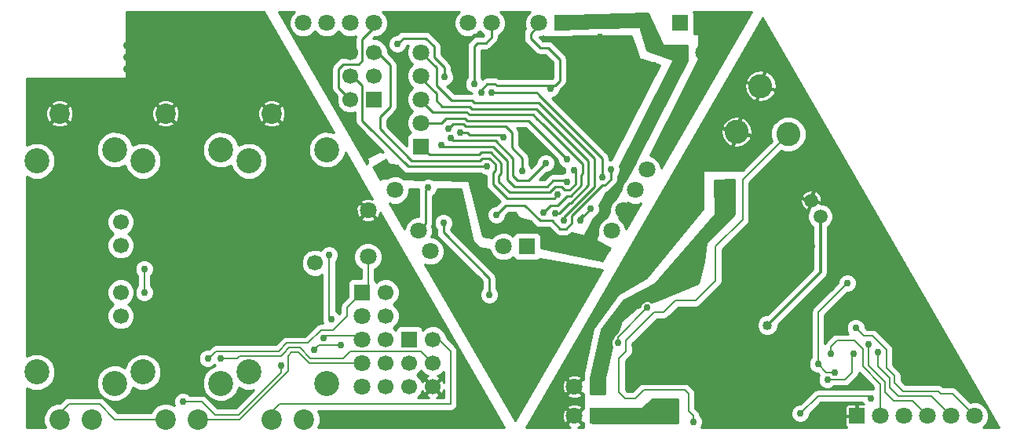
<source format=gbl>
%FSLAX34Y34*%
G04 Gerber Fmt 3.4, Leading zero omitted, Abs format*
G04 (created by PCBNEW (2014-03-19 BZR 4756)-product) date Mon 16 Jun 2014 02:55:52 PM CDT*
%MOIN*%
G01*
G70*
G90*
G04 APERTURE LIST*
%ADD10C,0.006000*%
%ADD11R,0.070866X0.070866*%
%ADD12C,0.070866*%
%ADD13R,0.066929X0.066929*%
%ADD14C,0.066929*%
%ADD15C,0.102362*%
%ADD16C,0.086614*%
%ADD17C,0.106299*%
%ADD18C,0.059055*%
%ADD19C,0.030000*%
%ADD20C,0.040000*%
%ADD21C,0.010000*%
%ADD22C,0.008000*%
%ADD23C,0.012000*%
G04 APERTURE END LIST*
G54D10*
G54D11*
X82500Y-54250D03*
G54D12*
X83500Y-54250D03*
X84500Y-54250D03*
X86500Y-54250D03*
X87500Y-54250D03*
X85500Y-54250D03*
G54D11*
X61500Y-49000D03*
G54D12*
X61500Y-50000D03*
X61500Y-51000D03*
X61500Y-53000D03*
X61500Y-52000D03*
G54D11*
X71500Y-53000D03*
G54D12*
X70500Y-53000D03*
G54D11*
X71500Y-54250D03*
G54D12*
X70500Y-54250D03*
G54D13*
X63500Y-51000D03*
G54D14*
X64500Y-51000D03*
X63500Y-52000D03*
X64500Y-52000D03*
X63500Y-53000D03*
X64500Y-53000D03*
X51250Y-46000D03*
X51250Y-47000D03*
X59500Y-47750D03*
X51250Y-49000D03*
X51250Y-50000D03*
X62500Y-49000D03*
X62500Y-50000D03*
X62500Y-51000D03*
X62500Y-52000D03*
X62500Y-53000D03*
G54D15*
X79590Y-42272D03*
X78409Y-40227D03*
X77397Y-42175D03*
G54D16*
X53161Y-54396D03*
X54538Y-54396D03*
X53161Y-41403D03*
G54D17*
X52196Y-52388D03*
X52196Y-43411D03*
X55503Y-52860D03*
X55503Y-42939D03*
G54D16*
X57661Y-54396D03*
X59038Y-54396D03*
X57661Y-41403D03*
G54D17*
X56696Y-52388D03*
X56696Y-43411D03*
X60003Y-52860D03*
X60003Y-42939D03*
G54D16*
X48661Y-54396D03*
X50038Y-54396D03*
X48661Y-41403D03*
G54D17*
X47696Y-52388D03*
X47696Y-43411D03*
X51003Y-52860D03*
X51003Y-42939D03*
G54D18*
X80553Y-45092D03*
X80946Y-45774D03*
G54D12*
X61750Y-45515D03*
X61750Y-47484D03*
G54D11*
X75000Y-38800D03*
G54D12*
X76000Y-38800D03*
G54D13*
X62000Y-40800D03*
G54D14*
X61000Y-40800D03*
X62000Y-39800D03*
X61000Y-39800D03*
X62000Y-38800D03*
X61000Y-38800D03*
G54D11*
X64000Y-37550D03*
G54D12*
X63000Y-37550D03*
X62000Y-37550D03*
X60000Y-37550D03*
X59000Y-37550D03*
X61000Y-37550D03*
G54D11*
X70000Y-37550D03*
G54D12*
X69000Y-37550D03*
X68000Y-37550D03*
X66000Y-37550D03*
X67000Y-37550D03*
G54D10*
G36*
X71729Y-47736D02*
X71115Y-47381D01*
X71470Y-46768D01*
X72084Y-47122D01*
X71729Y-47736D01*
X71729Y-47736D01*
G37*
G54D12*
X72100Y-46386D03*
X72600Y-45520D03*
X73600Y-43787D03*
X73100Y-44653D03*
G54D10*
G36*
X61915Y-43658D02*
X62529Y-43303D01*
X62884Y-43917D01*
X62270Y-44271D01*
X61915Y-43658D01*
X61915Y-43658D01*
G37*
G54D12*
X62900Y-44653D03*
X63400Y-45520D03*
X64400Y-47252D03*
X63900Y-46386D03*
G54D11*
X64000Y-42800D03*
G54D12*
X64000Y-41800D03*
X64000Y-40800D03*
X64000Y-38800D03*
X64000Y-39800D03*
G54D11*
X68500Y-47050D03*
G54D12*
X67500Y-47050D03*
G54D11*
X75000Y-37550D03*
G54D12*
X76000Y-37550D03*
G54D19*
X66900Y-49100D03*
X64950Y-46050D03*
X69500Y-40350D03*
X66550Y-40500D03*
X60100Y-47400D03*
X60200Y-50150D03*
X65700Y-40350D03*
X66500Y-38050D03*
X63200Y-39950D03*
X59950Y-39800D03*
X70750Y-45950D03*
X71200Y-45450D03*
X69250Y-38250D03*
X73850Y-39350D03*
X71600Y-38150D03*
X69000Y-43050D03*
X71850Y-42950D03*
X65650Y-46550D03*
X66400Y-48550D03*
X70850Y-40200D03*
X68680Y-42390D03*
X54950Y-51800D03*
X55500Y-51800D03*
X60600Y-51250D03*
X59450Y-51450D03*
X69800Y-44850D03*
X75550Y-54500D03*
X53900Y-53650D03*
X59850Y-50950D03*
X58050Y-52100D03*
X70500Y-43800D03*
X66250Y-40150D03*
X81400Y-51600D03*
X67000Y-40500D03*
X71700Y-44100D03*
X67500Y-42400D03*
X65650Y-42200D03*
X64300Y-44550D03*
X82450Y-50500D03*
X66800Y-43650D03*
X83400Y-51550D03*
X83000Y-51200D03*
X81250Y-52700D03*
X82350Y-51600D03*
X69700Y-45650D03*
X74550Y-48800D03*
X74950Y-48750D03*
X77100Y-44450D03*
X76650Y-44400D03*
X70050Y-45950D03*
X82100Y-48600D03*
X80850Y-52050D03*
X81550Y-52400D03*
X68300Y-43850D03*
X65150Y-42050D03*
X64500Y-54250D03*
X54750Y-37500D03*
X55000Y-38000D03*
X55500Y-38000D03*
X55500Y-37500D03*
X53750Y-46000D03*
X55250Y-46000D03*
X56750Y-46000D03*
X56750Y-47500D03*
X55250Y-47500D03*
X53750Y-47500D03*
X53750Y-49000D03*
X55250Y-49000D03*
X56750Y-49000D03*
X56750Y-50500D03*
X55250Y-50500D03*
X53750Y-50500D03*
X79500Y-52650D03*
X78750Y-48150D03*
X78850Y-49050D03*
X75250Y-45100D03*
X86100Y-52800D03*
X84100Y-51250D03*
X80400Y-51000D03*
X73250Y-47500D03*
X75650Y-52950D03*
X74450Y-50800D03*
X74450Y-51250D03*
X74450Y-51700D03*
X73050Y-51700D03*
X73050Y-51250D03*
X73500Y-46750D03*
X81350Y-46750D03*
X80600Y-47050D03*
X53500Y-44500D03*
X53500Y-44000D03*
X53500Y-43500D03*
X53500Y-43000D03*
X53500Y-42500D03*
X53500Y-42000D03*
X53500Y-40500D03*
X53500Y-40000D03*
X53500Y-39500D03*
X53500Y-39000D03*
X53500Y-38500D03*
X53000Y-38000D03*
X52500Y-38000D03*
X52000Y-38500D03*
X51500Y-38500D03*
X51500Y-39000D03*
X51500Y-39500D03*
X51500Y-40000D03*
X51000Y-40000D03*
X50500Y-40000D03*
X50000Y-40000D03*
X49500Y-40000D03*
X49000Y-40000D03*
X48500Y-40000D03*
X48000Y-40000D03*
X47500Y-40000D03*
X55000Y-39000D03*
X55500Y-39000D03*
X56000Y-39000D03*
X56500Y-39000D03*
X57000Y-38500D03*
X57500Y-38000D03*
X54500Y-39000D03*
X54500Y-39500D03*
X54500Y-40000D03*
X54500Y-40500D03*
X54500Y-41000D03*
X54500Y-41500D03*
X54500Y-42000D03*
X54500Y-42500D03*
X54500Y-43000D03*
X54500Y-43500D03*
X54500Y-44000D03*
X54500Y-44500D03*
X72050Y-43775D03*
X67200Y-45700D03*
X69200Y-45600D03*
X69300Y-43500D03*
X63000Y-38450D03*
X65000Y-39850D03*
X65250Y-42450D03*
X70200Y-44300D03*
X64850Y-42750D03*
X72350Y-51150D03*
X73600Y-49650D03*
X70200Y-43350D03*
X83100Y-53500D03*
X80100Y-54150D03*
X52250Y-48000D03*
X52250Y-49000D03*
X74800Y-54000D03*
X74200Y-53700D03*
G54D20*
X78700Y-50400D03*
G54D21*
X61500Y-38750D02*
X61500Y-39150D01*
X60500Y-40300D02*
X61000Y-40800D01*
X60500Y-39500D02*
X60500Y-40300D01*
X60700Y-39300D02*
X60500Y-39500D01*
X61350Y-39300D02*
X60700Y-39300D01*
X61500Y-39150D02*
X61350Y-39300D01*
X69000Y-37550D02*
X69000Y-37650D01*
X69000Y-37650D02*
X68650Y-38000D01*
X69050Y-38600D02*
X69400Y-38600D01*
X68650Y-38200D02*
X69050Y-38600D01*
X68650Y-38000D02*
X68650Y-38200D01*
X64950Y-46050D02*
X64950Y-46450D01*
X64950Y-46450D02*
X66900Y-48400D01*
X66900Y-48400D02*
X66900Y-49100D01*
X69000Y-37550D02*
X69000Y-37400D01*
X62000Y-37550D02*
X62000Y-37750D01*
X62000Y-37750D02*
X61500Y-38250D01*
X61500Y-38250D02*
X61500Y-38750D01*
X69700Y-40200D02*
X69650Y-40200D01*
X69650Y-40200D02*
X69500Y-40350D01*
X66550Y-40400D02*
X66550Y-40500D01*
X66800Y-40150D02*
X66550Y-40400D01*
X67150Y-40150D02*
X66800Y-40150D01*
X67200Y-40200D02*
X67150Y-40150D01*
X69700Y-40200D02*
X67200Y-40200D01*
X69900Y-40000D02*
X69700Y-40200D01*
X69900Y-39100D02*
X69900Y-40000D01*
X69400Y-38600D02*
X69900Y-39100D01*
G54D22*
X60100Y-50050D02*
X60100Y-47400D01*
X60200Y-50150D02*
X60100Y-50050D01*
X59950Y-52000D02*
X61500Y-52000D01*
X54538Y-54396D02*
X56303Y-54396D01*
X56303Y-54396D02*
X58300Y-52400D01*
X59250Y-52000D02*
X58800Y-51550D01*
X58800Y-51550D02*
X58500Y-51550D01*
X58500Y-51550D02*
X58350Y-51700D01*
X58350Y-51700D02*
X58350Y-52350D01*
X58350Y-52350D02*
X58300Y-52400D01*
X59950Y-52000D02*
X59250Y-52000D01*
G54D21*
X65700Y-40350D02*
X65700Y-38600D01*
X66250Y-38050D02*
X66500Y-38050D01*
X65700Y-38600D02*
X66250Y-38050D01*
X63200Y-39250D02*
X63200Y-39950D01*
X62550Y-38600D02*
X63200Y-39250D01*
X62550Y-38050D02*
X62550Y-38600D01*
X63000Y-37600D02*
X62550Y-38050D01*
X63000Y-37550D02*
X63000Y-37600D01*
X70750Y-45900D02*
X70750Y-45950D01*
X71200Y-45450D02*
X70750Y-45900D01*
G54D22*
X61750Y-47484D02*
X61750Y-48750D01*
X61750Y-48750D02*
X61500Y-49000D01*
X55000Y-51800D02*
X55300Y-51500D01*
X55300Y-51500D02*
X55800Y-51500D01*
X58300Y-51150D02*
X59200Y-51150D01*
X59200Y-51150D02*
X59750Y-50600D01*
X59750Y-50600D02*
X60250Y-50600D01*
X60250Y-50600D02*
X60850Y-50000D01*
X60850Y-50000D02*
X60850Y-49650D01*
X60850Y-49650D02*
X61500Y-49000D01*
X54950Y-51800D02*
X55000Y-51800D01*
X57950Y-51500D02*
X58300Y-51150D01*
X55800Y-51500D02*
X57950Y-51500D01*
X56210Y-51800D02*
X56310Y-51700D01*
X55500Y-51800D02*
X56000Y-51800D01*
X56000Y-51800D02*
X56210Y-51800D01*
X56700Y-51700D02*
X56310Y-51700D01*
X64000Y-51500D02*
X64500Y-52000D01*
X61000Y-51500D02*
X64000Y-51500D01*
X60700Y-51800D02*
X61000Y-51500D01*
X59300Y-51800D02*
X60700Y-51800D01*
X58750Y-51350D02*
X58850Y-51350D01*
X58850Y-51350D02*
X59300Y-51800D01*
X58400Y-51350D02*
X58150Y-51600D01*
X58750Y-51350D02*
X58400Y-51350D01*
X58050Y-51700D02*
X58150Y-51600D01*
X56700Y-51700D02*
X58050Y-51700D01*
X59650Y-51250D02*
X60600Y-51250D01*
X59450Y-51450D02*
X59650Y-51250D01*
G54D21*
X65400Y-43400D02*
X66500Y-43400D01*
X67050Y-44400D02*
X67650Y-45000D01*
X67650Y-45000D02*
X69650Y-45000D01*
X69650Y-45000D02*
X69800Y-44850D01*
X67050Y-43900D02*
X67050Y-44400D01*
X67150Y-43800D02*
X67050Y-43900D01*
X67150Y-43550D02*
X67150Y-43800D01*
X66900Y-43300D02*
X67150Y-43550D01*
X66600Y-43300D02*
X66900Y-43300D01*
X66500Y-43400D02*
X66600Y-43300D01*
X62000Y-38800D02*
X62150Y-38800D01*
X62150Y-38800D02*
X62700Y-39350D01*
X63600Y-43400D02*
X65400Y-43400D01*
X62250Y-42050D02*
X63600Y-43400D01*
X62250Y-41550D02*
X62250Y-42050D01*
X62700Y-41100D02*
X62250Y-41550D01*
X62700Y-39350D02*
X62700Y-41100D01*
G54D22*
X75550Y-54500D02*
X75550Y-54250D01*
X77650Y-44213D02*
X79590Y-42272D01*
X77650Y-45900D02*
X77650Y-44213D01*
X76500Y-47050D02*
X77650Y-45900D01*
X76500Y-48500D02*
X76500Y-47050D01*
X75650Y-49350D02*
X76500Y-48500D01*
X74800Y-49350D02*
X75650Y-49350D01*
X74300Y-49850D02*
X74800Y-49350D01*
X73900Y-49850D02*
X74300Y-49850D01*
X72700Y-51050D02*
X73900Y-49850D01*
X72700Y-51500D02*
X72700Y-51050D01*
X72400Y-51800D02*
X72700Y-51500D01*
X72400Y-53250D02*
X72400Y-51800D01*
X72650Y-53500D02*
X72400Y-53250D01*
X73100Y-53500D02*
X72650Y-53500D01*
X73450Y-53150D02*
X73100Y-53500D01*
X75200Y-53150D02*
X73450Y-53150D01*
X75350Y-53300D02*
X75200Y-53150D01*
X75350Y-54050D02*
X75350Y-53300D01*
X75550Y-54250D02*
X75350Y-54050D01*
X61350Y-50850D02*
X61500Y-51000D01*
X59950Y-50850D02*
X61350Y-50850D01*
X59850Y-50950D02*
X59950Y-50850D01*
X54700Y-53650D02*
X55250Y-54200D01*
X55250Y-54200D02*
X56250Y-54200D01*
X56250Y-54200D02*
X58050Y-52400D01*
X58050Y-52400D02*
X58050Y-52100D01*
X53900Y-53650D02*
X54700Y-53650D01*
G54D21*
X69800Y-44500D02*
X69950Y-44500D01*
X70550Y-43850D02*
X70500Y-43800D01*
X70550Y-44400D02*
X70550Y-43850D01*
X70300Y-44650D02*
X70550Y-44400D01*
X70100Y-44650D02*
X70300Y-44650D01*
X69950Y-44500D02*
X70100Y-44650D01*
X66000Y-43150D02*
X66450Y-43150D01*
X64350Y-43150D02*
X66000Y-43150D01*
X67750Y-44750D02*
X67300Y-44300D01*
X69450Y-44750D02*
X67750Y-44750D01*
X69700Y-44500D02*
X69450Y-44750D01*
X69800Y-44500D02*
X69700Y-44500D01*
X67300Y-44050D02*
X67300Y-44300D01*
X67400Y-43950D02*
X67300Y-44050D01*
X67400Y-43500D02*
X67400Y-43950D01*
X66950Y-43050D02*
X67400Y-43500D01*
X66550Y-43050D02*
X66950Y-43050D01*
X66450Y-43150D02*
X66550Y-43050D01*
X64350Y-43150D02*
X64000Y-42800D01*
X66250Y-40150D02*
X66250Y-38550D01*
X67000Y-38150D02*
X67000Y-37550D01*
X66750Y-38400D02*
X67000Y-38150D01*
X66400Y-38400D02*
X66750Y-38400D01*
X66250Y-38550D02*
X66400Y-38400D01*
X67000Y-37550D02*
X66750Y-37550D01*
G54D22*
X81400Y-51600D02*
X81400Y-51300D01*
X82750Y-52150D02*
X83500Y-52900D01*
X82750Y-51400D02*
X82750Y-52150D01*
X82400Y-51050D02*
X82750Y-51400D01*
X81650Y-51050D02*
X82400Y-51050D01*
X81400Y-51300D02*
X81650Y-51050D01*
X83500Y-52900D02*
X83500Y-54250D01*
G54D21*
X67000Y-40500D02*
X68900Y-40500D01*
X68900Y-40500D02*
X68950Y-40550D01*
X68950Y-40550D02*
X69000Y-40600D01*
X69000Y-40600D02*
X69500Y-41100D01*
X71700Y-43300D02*
X69500Y-41100D01*
X71700Y-44100D02*
X71700Y-43300D01*
X67500Y-42400D02*
X67400Y-42300D01*
X67400Y-42300D02*
X66050Y-42300D01*
X66050Y-42300D02*
X65950Y-42200D01*
X65950Y-42200D02*
X65650Y-42200D01*
X64300Y-44550D02*
X64200Y-44650D01*
X64200Y-44650D02*
X64200Y-46086D01*
X64200Y-46086D02*
X63900Y-46386D01*
G54D22*
X87500Y-54250D02*
X86550Y-53300D01*
X86550Y-53300D02*
X86050Y-53300D01*
X83750Y-51450D02*
X83150Y-50850D01*
X83750Y-52200D02*
X83750Y-51450D01*
X84100Y-52550D02*
X83750Y-52200D01*
X84100Y-52850D02*
X84100Y-52550D01*
X84450Y-53200D02*
X84100Y-52850D01*
X85950Y-53200D02*
X84450Y-53200D01*
X86050Y-53300D02*
X85950Y-53200D01*
X83150Y-50850D02*
X82800Y-50850D01*
X82800Y-50850D02*
X83150Y-50850D01*
X82450Y-50500D02*
X82800Y-50850D01*
G54D21*
X61000Y-39800D02*
X61100Y-39800D01*
X61100Y-39800D02*
X61500Y-40200D01*
X61500Y-41700D02*
X61700Y-41900D01*
X61500Y-40200D02*
X61500Y-41700D01*
X65100Y-43650D02*
X66800Y-43650D01*
X61000Y-39800D02*
X60850Y-39800D01*
X61700Y-41900D02*
X63450Y-43650D01*
X63450Y-43650D02*
X65100Y-43650D01*
G54D22*
X83400Y-51550D02*
X83400Y-52150D01*
X85650Y-53400D02*
X86500Y-54250D01*
X84250Y-53400D02*
X85650Y-53400D01*
X83900Y-53050D02*
X84250Y-53400D01*
X83900Y-52650D02*
X83900Y-53050D01*
X83400Y-52150D02*
X83900Y-52650D01*
X86500Y-54150D02*
X86500Y-54250D01*
X85500Y-54250D02*
X84850Y-53600D01*
X83000Y-52100D02*
X83000Y-51200D01*
X83700Y-52800D02*
X83000Y-52100D01*
X83700Y-53250D02*
X83700Y-52800D01*
X84050Y-53600D02*
X83700Y-53250D01*
X84850Y-53600D02*
X84050Y-53600D01*
X82000Y-52700D02*
X81250Y-52700D01*
X82300Y-52400D02*
X82000Y-52700D01*
X82300Y-51650D02*
X82300Y-52400D01*
X82350Y-51600D02*
X82300Y-51650D01*
G54D21*
X71100Y-43850D02*
X71100Y-44450D01*
X71100Y-44450D02*
X70350Y-45200D01*
X70350Y-45200D02*
X70300Y-45200D01*
X69850Y-45650D02*
X69700Y-45650D01*
X70300Y-45200D02*
X69850Y-45650D01*
X64000Y-39800D02*
X64000Y-39900D01*
X64000Y-39900D02*
X64650Y-40550D01*
X66050Y-41100D02*
X66150Y-41200D01*
X64900Y-41100D02*
X66050Y-41100D01*
X64650Y-40850D02*
X64900Y-41100D01*
X64650Y-40550D02*
X64650Y-40850D01*
X66800Y-41200D02*
X68900Y-41200D01*
X68900Y-41200D02*
X69100Y-41400D01*
X66800Y-41200D02*
X66150Y-41200D01*
X69100Y-41400D02*
X69300Y-41600D01*
X64000Y-39800D02*
X64100Y-39800D01*
X69300Y-41600D02*
X71100Y-43400D01*
X71100Y-43400D02*
X71100Y-43850D01*
G54D22*
X74550Y-48800D02*
X74900Y-48800D01*
X74900Y-48800D02*
X74950Y-48750D01*
G54D21*
X71350Y-44050D02*
X71350Y-44500D01*
X71350Y-44500D02*
X70050Y-45800D01*
X70050Y-45800D02*
X70050Y-45950D01*
X70050Y-45800D02*
X70050Y-45950D01*
X64650Y-39750D02*
X64650Y-40200D01*
X65300Y-40850D02*
X66150Y-40850D01*
X64650Y-40200D02*
X65300Y-40850D01*
X66750Y-40950D02*
X69000Y-40950D01*
X69000Y-40950D02*
X69200Y-41150D01*
X66250Y-40950D02*
X66150Y-40850D01*
X66750Y-40950D02*
X66250Y-40950D01*
X69200Y-41150D02*
X69400Y-41350D01*
X69400Y-41350D02*
X71350Y-43300D01*
X71350Y-43300D02*
X71350Y-44050D01*
X64000Y-38800D02*
X64650Y-39450D01*
X64650Y-39450D02*
X64650Y-39750D01*
G54D22*
X80850Y-49850D02*
X80850Y-52050D01*
X82100Y-48600D02*
X80850Y-49850D01*
X80850Y-52050D02*
X81200Y-52400D01*
X81200Y-52400D02*
X81550Y-52400D01*
G54D21*
X68300Y-43300D02*
X68300Y-43850D01*
X67850Y-42850D02*
X68300Y-43300D01*
X67850Y-42200D02*
X67850Y-42850D01*
X67600Y-41950D02*
X67850Y-42200D01*
X65900Y-41950D02*
X67600Y-41950D01*
X65800Y-41850D02*
X65900Y-41950D01*
X65350Y-41850D02*
X65800Y-41850D01*
X65150Y-42050D02*
X65350Y-41850D01*
G54D22*
X54750Y-37750D02*
X54750Y-37500D01*
X55000Y-38000D02*
X54750Y-37750D01*
X55500Y-37500D02*
X55500Y-38000D01*
X53750Y-46000D02*
X55250Y-46000D01*
X56750Y-46000D02*
X56750Y-47500D01*
X55250Y-47500D02*
X53750Y-47500D01*
X53750Y-49000D02*
X55250Y-49000D01*
X56750Y-49000D02*
X56750Y-50500D01*
X55250Y-50500D02*
X53750Y-50500D01*
X53500Y-44500D02*
X53500Y-44000D01*
X53500Y-43500D02*
X53500Y-43000D01*
X53500Y-42500D02*
X53500Y-42000D01*
X53500Y-40500D02*
X53500Y-40000D01*
X53500Y-39500D02*
X53500Y-39000D01*
X53500Y-38500D02*
X53000Y-38000D01*
X52500Y-38000D02*
X52000Y-38500D01*
X51500Y-38500D02*
X51500Y-39000D01*
X51500Y-39500D02*
X51500Y-40000D01*
X51000Y-40000D02*
X50500Y-40000D01*
X50000Y-40000D02*
X49500Y-40000D01*
X49000Y-40000D02*
X48500Y-40000D01*
X48000Y-40000D02*
X47500Y-40000D01*
X55000Y-39000D02*
X55500Y-39000D01*
X56000Y-39000D02*
X56500Y-39000D01*
X57000Y-38500D02*
X57500Y-38000D01*
X54500Y-39500D02*
X54500Y-39000D01*
X54500Y-40500D02*
X54500Y-40000D01*
X54500Y-41500D02*
X54500Y-41000D01*
X54500Y-42500D02*
X54500Y-42000D01*
X54500Y-43500D02*
X54500Y-43000D01*
X54500Y-44500D02*
X54500Y-44000D01*
G54D21*
X71700Y-44450D02*
X71000Y-45150D01*
X70400Y-45750D02*
X70400Y-45900D01*
X71000Y-45150D02*
X70400Y-45750D01*
X70050Y-46300D02*
X70150Y-46300D01*
X70400Y-46050D02*
X70400Y-45900D01*
X70150Y-46300D02*
X70400Y-46050D01*
X72050Y-43775D02*
X72050Y-44200D01*
X72050Y-44200D02*
X71800Y-44450D01*
X71800Y-44450D02*
X71700Y-44450D01*
X69900Y-46300D02*
X70050Y-46300D01*
X69550Y-45950D02*
X69900Y-46300D01*
X69050Y-45950D02*
X69550Y-45950D01*
X68400Y-45300D02*
X69050Y-45950D01*
X67600Y-45300D02*
X68400Y-45300D01*
X67200Y-45700D02*
X67600Y-45300D01*
X69650Y-45300D02*
X69800Y-45300D01*
X70800Y-44000D02*
X70850Y-43950D01*
X70800Y-44450D02*
X70800Y-44000D01*
X70350Y-44900D02*
X70800Y-44450D01*
X70200Y-44900D02*
X70350Y-44900D01*
X69800Y-45300D02*
X70200Y-44900D01*
X69200Y-45600D02*
X69500Y-45300D01*
X69500Y-45300D02*
X69650Y-45300D01*
X64000Y-40800D02*
X64000Y-40850D01*
X64000Y-40850D02*
X64500Y-41350D01*
X64500Y-41350D02*
X65950Y-41350D01*
X65950Y-41350D02*
X66000Y-41400D01*
X66900Y-41450D02*
X68750Y-41450D01*
X68750Y-41450D02*
X68900Y-41600D01*
X68900Y-41600D02*
X69150Y-41850D01*
X66900Y-41450D02*
X66050Y-41450D01*
X66050Y-41450D02*
X66000Y-41400D01*
X69150Y-41850D02*
X70850Y-43550D01*
X70850Y-43550D02*
X70850Y-43950D01*
X66000Y-41400D02*
X65950Y-41350D01*
X68550Y-44250D02*
X68100Y-44250D01*
X69300Y-43500D02*
X68550Y-44250D01*
X63250Y-38200D02*
X63400Y-38200D01*
X63000Y-38450D02*
X63250Y-38200D01*
X63400Y-38200D02*
X64200Y-38200D01*
X64200Y-38200D02*
X64550Y-38550D01*
X64550Y-38550D02*
X64550Y-39000D01*
X64550Y-39000D02*
X65000Y-39450D01*
X65000Y-39450D02*
X65000Y-39850D01*
X65250Y-42450D02*
X65350Y-42550D01*
X65350Y-42550D02*
X67150Y-42550D01*
X67150Y-42550D02*
X67900Y-43300D01*
X67900Y-43300D02*
X67900Y-44050D01*
X67900Y-44050D02*
X68100Y-44250D01*
X70200Y-44300D02*
X70150Y-44250D01*
X70150Y-44250D02*
X69600Y-44250D01*
X69600Y-44250D02*
X69350Y-44500D01*
X69350Y-44500D02*
X67950Y-44500D01*
X67950Y-44500D02*
X67650Y-44200D01*
X67650Y-44200D02*
X67650Y-43400D01*
X67650Y-43400D02*
X67050Y-42800D01*
X67050Y-42800D02*
X64900Y-42800D01*
X64900Y-42800D02*
X64850Y-42750D01*
G54D22*
X72350Y-51150D02*
X72350Y-50900D01*
X72350Y-50900D02*
X73600Y-49650D01*
G54D21*
X64000Y-41800D02*
X64850Y-41800D01*
X65050Y-41600D02*
X65850Y-41600D01*
X64850Y-41800D02*
X65050Y-41600D01*
X67000Y-41700D02*
X68550Y-41700D01*
X69600Y-42750D02*
X70200Y-43350D01*
X65950Y-41700D02*
X65850Y-41600D01*
X67000Y-41700D02*
X65950Y-41700D01*
X68750Y-41900D02*
X69600Y-42750D01*
X68550Y-41700D02*
X68750Y-41900D01*
G54D22*
X83000Y-53400D02*
X83100Y-53500D01*
X80850Y-53400D02*
X83000Y-53400D01*
X80100Y-54150D02*
X80850Y-53400D01*
X52250Y-49000D02*
X52250Y-48000D01*
X57661Y-54396D02*
X57661Y-54088D01*
X57661Y-54088D02*
X58000Y-53750D01*
X65250Y-51500D02*
X64750Y-51000D01*
X65250Y-53750D02*
X65250Y-51500D01*
X58000Y-53750D02*
X65250Y-53750D01*
X64750Y-51000D02*
X64500Y-51000D01*
X49050Y-53750D02*
X50350Y-53750D01*
X48661Y-54138D02*
X49050Y-53750D01*
X48661Y-54396D02*
X48661Y-54138D01*
X50996Y-54396D02*
X50350Y-53750D01*
X53161Y-54396D02*
X50996Y-54396D01*
G54D23*
X80946Y-48153D02*
X78700Y-50400D01*
X80946Y-45774D02*
X80946Y-48153D01*
G54D10*
G36*
X88523Y-54725D02*
X87879Y-54725D01*
X88012Y-54592D01*
X88104Y-54370D01*
X88104Y-54130D01*
X88012Y-53908D01*
X87842Y-53737D01*
X87620Y-53645D01*
X87380Y-53645D01*
X87327Y-53667D01*
X86755Y-53094D01*
X86660Y-53032D01*
X86550Y-53010D01*
X86170Y-53010D01*
X86155Y-52994D01*
X86060Y-52932D01*
X85950Y-52910D01*
X84570Y-52910D01*
X84390Y-52729D01*
X84390Y-52550D01*
X84367Y-52439D01*
X84367Y-52439D01*
X84305Y-52344D01*
X84040Y-52079D01*
X84040Y-51450D01*
X84017Y-51339D01*
X83955Y-51244D01*
X83355Y-50644D01*
X83260Y-50582D01*
X83150Y-50560D01*
X82920Y-50560D01*
X82850Y-50489D01*
X82850Y-50420D01*
X82789Y-50273D01*
X82676Y-50161D01*
X82529Y-50100D01*
X82370Y-50099D01*
X82223Y-50160D01*
X82111Y-50273D01*
X82050Y-50420D01*
X82049Y-50579D01*
X82110Y-50726D01*
X82144Y-50760D01*
X81650Y-50760D01*
X81539Y-50782D01*
X81444Y-50844D01*
X81194Y-51094D01*
X81140Y-51177D01*
X81140Y-49970D01*
X82110Y-49000D01*
X82179Y-49000D01*
X82326Y-48939D01*
X82438Y-48826D01*
X82499Y-48679D01*
X82500Y-48520D01*
X82439Y-48373D01*
X82326Y-48261D01*
X82179Y-48200D01*
X82020Y-48199D01*
X81873Y-48260D01*
X81761Y-48373D01*
X81700Y-48520D01*
X81700Y-48589D01*
X81492Y-48797D01*
X81492Y-45666D01*
X81409Y-45465D01*
X81256Y-45312D01*
X81055Y-45228D01*
X81006Y-45228D01*
X81006Y-45114D01*
X80980Y-44939D01*
X80889Y-44787D01*
X80760Y-44688D01*
X80684Y-44697D01*
X80636Y-44877D01*
X80636Y-44684D01*
X80575Y-44638D01*
X80400Y-44664D01*
X80248Y-44755D01*
X80149Y-44884D01*
X80157Y-44960D01*
X80535Y-45061D01*
X80636Y-44684D01*
X80636Y-44877D01*
X80583Y-45074D01*
X80961Y-45175D01*
X81006Y-45114D01*
X81006Y-45228D01*
X80948Y-45228D01*
X80948Y-45223D01*
X80636Y-45140D01*
X80593Y-45097D01*
X80558Y-45133D01*
X80565Y-45140D01*
X80522Y-45302D01*
X80522Y-45109D01*
X80144Y-45008D01*
X80099Y-45069D01*
X80125Y-45244D01*
X80216Y-45396D01*
X80345Y-45496D01*
X80421Y-45487D01*
X80522Y-45109D01*
X80522Y-45302D01*
X80469Y-45500D01*
X80469Y-45500D01*
X80401Y-45665D01*
X80401Y-45882D01*
X80484Y-46082D01*
X80636Y-46235D01*
X80636Y-48024D01*
X78711Y-49950D01*
X78610Y-49949D01*
X78445Y-50018D01*
X78318Y-50144D01*
X78250Y-50310D01*
X78249Y-50489D01*
X78318Y-50654D01*
X78444Y-50781D01*
X78610Y-50849D01*
X78789Y-50850D01*
X78954Y-50781D01*
X79081Y-50655D01*
X79149Y-50489D01*
X79150Y-50388D01*
X81165Y-48372D01*
X81233Y-48271D01*
X81256Y-48153D01*
X81256Y-46235D01*
X81408Y-46083D01*
X81491Y-45882D01*
X81492Y-45666D01*
X81492Y-48797D01*
X80644Y-49644D01*
X80582Y-49739D01*
X80560Y-49850D01*
X80560Y-51774D01*
X80511Y-51823D01*
X80450Y-51970D01*
X80449Y-52129D01*
X80510Y-52276D01*
X80623Y-52388D01*
X80770Y-52449D01*
X80839Y-52449D01*
X80896Y-52507D01*
X80850Y-52620D01*
X80849Y-52779D01*
X80910Y-52926D01*
X81023Y-53038D01*
X81170Y-53099D01*
X81329Y-53100D01*
X81476Y-53039D01*
X81525Y-52990D01*
X82000Y-52990D01*
X82110Y-52967D01*
X82205Y-52905D01*
X82505Y-52605D01*
X82567Y-52510D01*
X82567Y-52510D01*
X82589Y-52400D01*
X83210Y-53020D01*
X83210Y-53112D01*
X83179Y-53100D01*
X83020Y-53099D01*
X82996Y-53110D01*
X80850Y-53110D01*
X80739Y-53132D01*
X80644Y-53194D01*
X80089Y-53749D01*
X80020Y-53749D01*
X79873Y-53810D01*
X79761Y-53923D01*
X79700Y-54070D01*
X79699Y-54229D01*
X79760Y-54376D01*
X79873Y-54488D01*
X80020Y-54549D01*
X80179Y-54550D01*
X80326Y-54489D01*
X80438Y-54376D01*
X80499Y-54229D01*
X80499Y-54160D01*
X80970Y-53690D01*
X82745Y-53690D01*
X82760Y-53726D01*
X82780Y-53745D01*
X82562Y-53745D01*
X82525Y-53783D01*
X82525Y-54225D01*
X82532Y-54225D01*
X82532Y-54275D01*
X82525Y-54275D01*
X82525Y-54282D01*
X82475Y-54282D01*
X82475Y-54275D01*
X82475Y-54225D01*
X82475Y-53783D01*
X82437Y-53745D01*
X82115Y-53745D01*
X82060Y-53768D01*
X82018Y-53810D01*
X81995Y-53865D01*
X81995Y-53925D01*
X81995Y-54187D01*
X82033Y-54225D01*
X82475Y-54225D01*
X82475Y-54275D01*
X82033Y-54275D01*
X81995Y-54312D01*
X81995Y-54574D01*
X81995Y-54634D01*
X82018Y-54689D01*
X82054Y-54725D01*
X77850Y-54725D01*
X75889Y-54725D01*
X75949Y-54579D01*
X75950Y-54420D01*
X75889Y-54273D01*
X75833Y-54217D01*
X75817Y-54139D01*
X75755Y-54044D01*
X75640Y-53929D01*
X75640Y-53300D01*
X75617Y-53189D01*
X75555Y-53094D01*
X75405Y-52944D01*
X75310Y-52882D01*
X75200Y-52860D01*
X73450Y-52860D01*
X73339Y-52882D01*
X73244Y-52944D01*
X72979Y-53210D01*
X72770Y-53210D01*
X72690Y-53129D01*
X72690Y-51920D01*
X72905Y-51705D01*
X72967Y-51610D01*
X72967Y-51610D01*
X72990Y-51500D01*
X72990Y-51170D01*
X74020Y-50140D01*
X74300Y-50140D01*
X74410Y-50117D01*
X74505Y-50055D01*
X74920Y-49640D01*
X75650Y-49640D01*
X75760Y-49617D01*
X75855Y-49555D01*
X76705Y-48705D01*
X76767Y-48610D01*
X76790Y-48500D01*
X76790Y-47170D01*
X77850Y-46110D01*
X77855Y-46105D01*
X77917Y-46010D01*
X77917Y-46010D01*
X77940Y-45900D01*
X77940Y-44333D01*
X79297Y-42976D01*
X79438Y-43034D01*
X79741Y-43034D01*
X80021Y-42919D01*
X80236Y-42704D01*
X80352Y-42425D01*
X80352Y-42121D01*
X80236Y-41841D01*
X80022Y-41627D01*
X79742Y-41511D01*
X79439Y-41510D01*
X79159Y-41626D01*
X79082Y-41703D01*
X79082Y-40272D01*
X79048Y-40011D01*
X78917Y-39783D01*
X78709Y-39622D01*
X78706Y-39621D01*
X78598Y-39618D01*
X78550Y-39798D01*
X78550Y-39605D01*
X78455Y-39553D01*
X78193Y-39587D01*
X77965Y-39718D01*
X77804Y-39927D01*
X77803Y-39930D01*
X77800Y-40038D01*
X78391Y-40196D01*
X78550Y-39605D01*
X78550Y-39798D01*
X78440Y-40209D01*
X79031Y-40367D01*
X79082Y-40272D01*
X79082Y-41703D01*
X79018Y-41767D01*
X79018Y-40416D01*
X78427Y-40257D01*
X78378Y-40437D01*
X78378Y-40244D01*
X77787Y-40086D01*
X77736Y-40181D01*
X77770Y-40442D01*
X77901Y-40670D01*
X78109Y-40831D01*
X78112Y-40832D01*
X78220Y-40835D01*
X78378Y-40244D01*
X78378Y-40437D01*
X78268Y-40848D01*
X78363Y-40900D01*
X78624Y-40866D01*
X78853Y-40735D01*
X79013Y-40526D01*
X79015Y-40524D01*
X79018Y-40416D01*
X79018Y-41767D01*
X78945Y-41840D01*
X78828Y-42120D01*
X78828Y-42423D01*
X78887Y-42565D01*
X78070Y-43382D01*
X78070Y-42220D01*
X78036Y-41959D01*
X77905Y-41731D01*
X77697Y-41570D01*
X77694Y-41569D01*
X77586Y-41566D01*
X77538Y-41746D01*
X77538Y-41553D01*
X77443Y-41501D01*
X77182Y-41535D01*
X76953Y-41666D01*
X76792Y-41875D01*
X76791Y-41878D01*
X76788Y-41986D01*
X77379Y-42144D01*
X77538Y-41553D01*
X77538Y-41746D01*
X77428Y-42157D01*
X78019Y-42315D01*
X78070Y-42220D01*
X78070Y-43382D01*
X78006Y-43447D01*
X78006Y-42364D01*
X77415Y-42205D01*
X77366Y-42386D01*
X77366Y-42192D01*
X76775Y-42034D01*
X76724Y-42129D01*
X76758Y-42390D01*
X76889Y-42618D01*
X77097Y-42779D01*
X77100Y-42781D01*
X77208Y-42783D01*
X77366Y-42192D01*
X77366Y-42386D01*
X77256Y-42796D01*
X77351Y-42848D01*
X77612Y-42814D01*
X77841Y-42683D01*
X78002Y-42474D01*
X78003Y-42472D01*
X78006Y-42364D01*
X78006Y-43447D01*
X77653Y-43800D01*
X75950Y-43800D01*
X75950Y-45432D01*
X73566Y-48361D01*
X72365Y-49062D01*
X71303Y-50529D01*
X70900Y-52444D01*
X70900Y-52585D01*
X70895Y-52595D01*
X70895Y-52695D01*
X70895Y-52701D01*
X70854Y-52681D01*
X70818Y-52716D01*
X70818Y-52645D01*
X70781Y-52569D01*
X70595Y-52494D01*
X70394Y-52496D01*
X70218Y-52569D01*
X70181Y-52645D01*
X70500Y-52964D01*
X70818Y-52645D01*
X70818Y-52716D01*
X70535Y-53000D01*
X70854Y-53318D01*
X70895Y-53298D01*
X70895Y-53404D01*
X70900Y-53414D01*
X70900Y-53835D01*
X70895Y-53845D01*
X70895Y-53945D01*
X70895Y-53951D01*
X70854Y-53931D01*
X70818Y-53966D01*
X70818Y-53895D01*
X70818Y-53354D01*
X70500Y-53035D01*
X70464Y-53070D01*
X70464Y-53000D01*
X70145Y-52681D01*
X70069Y-52718D01*
X69994Y-52904D01*
X69996Y-53105D01*
X70069Y-53281D01*
X70145Y-53318D01*
X70464Y-53000D01*
X70464Y-53070D01*
X70181Y-53354D01*
X70218Y-53430D01*
X70404Y-53505D01*
X70605Y-53503D01*
X70781Y-53430D01*
X70818Y-53354D01*
X70818Y-53895D01*
X70781Y-53819D01*
X70595Y-53744D01*
X70394Y-53746D01*
X70218Y-53819D01*
X70181Y-53895D01*
X70500Y-54214D01*
X70818Y-53895D01*
X70818Y-53966D01*
X70535Y-54250D01*
X70854Y-54568D01*
X70895Y-54548D01*
X70895Y-54654D01*
X70900Y-54664D01*
X70900Y-54725D01*
X70673Y-54725D01*
X70781Y-54680D01*
X70818Y-54604D01*
X70500Y-54285D01*
X70464Y-54320D01*
X70464Y-54250D01*
X70145Y-53931D01*
X70069Y-53968D01*
X69994Y-54154D01*
X69996Y-54355D01*
X70069Y-54531D01*
X70145Y-54568D01*
X70464Y-54250D01*
X70464Y-54320D01*
X70181Y-54604D01*
X70218Y-54680D01*
X70329Y-54725D01*
X68476Y-54725D01*
X78499Y-37350D01*
X88523Y-54725D01*
X88523Y-54725D01*
G37*
G54D21*
X88523Y-54725D02*
X87879Y-54725D01*
X88012Y-54592D01*
X88104Y-54370D01*
X88104Y-54130D01*
X88012Y-53908D01*
X87842Y-53737D01*
X87620Y-53645D01*
X87380Y-53645D01*
X87327Y-53667D01*
X86755Y-53094D01*
X86660Y-53032D01*
X86550Y-53010D01*
X86170Y-53010D01*
X86155Y-52994D01*
X86060Y-52932D01*
X85950Y-52910D01*
X84570Y-52910D01*
X84390Y-52729D01*
X84390Y-52550D01*
X84367Y-52439D01*
X84367Y-52439D01*
X84305Y-52344D01*
X84040Y-52079D01*
X84040Y-51450D01*
X84017Y-51339D01*
X83955Y-51244D01*
X83355Y-50644D01*
X83260Y-50582D01*
X83150Y-50560D01*
X82920Y-50560D01*
X82850Y-50489D01*
X82850Y-50420D01*
X82789Y-50273D01*
X82676Y-50161D01*
X82529Y-50100D01*
X82370Y-50099D01*
X82223Y-50160D01*
X82111Y-50273D01*
X82050Y-50420D01*
X82049Y-50579D01*
X82110Y-50726D01*
X82144Y-50760D01*
X81650Y-50760D01*
X81539Y-50782D01*
X81444Y-50844D01*
X81194Y-51094D01*
X81140Y-51177D01*
X81140Y-49970D01*
X82110Y-49000D01*
X82179Y-49000D01*
X82326Y-48939D01*
X82438Y-48826D01*
X82499Y-48679D01*
X82500Y-48520D01*
X82439Y-48373D01*
X82326Y-48261D01*
X82179Y-48200D01*
X82020Y-48199D01*
X81873Y-48260D01*
X81761Y-48373D01*
X81700Y-48520D01*
X81700Y-48589D01*
X81492Y-48797D01*
X81492Y-45666D01*
X81409Y-45465D01*
X81256Y-45312D01*
X81055Y-45228D01*
X81006Y-45228D01*
X81006Y-45114D01*
X80980Y-44939D01*
X80889Y-44787D01*
X80760Y-44688D01*
X80684Y-44697D01*
X80636Y-44877D01*
X80636Y-44684D01*
X80575Y-44638D01*
X80400Y-44664D01*
X80248Y-44755D01*
X80149Y-44884D01*
X80157Y-44960D01*
X80535Y-45061D01*
X80636Y-44684D01*
X80636Y-44877D01*
X80583Y-45074D01*
X80961Y-45175D01*
X81006Y-45114D01*
X81006Y-45228D01*
X80948Y-45228D01*
X80948Y-45223D01*
X80636Y-45140D01*
X80593Y-45097D01*
X80558Y-45133D01*
X80565Y-45140D01*
X80522Y-45302D01*
X80522Y-45109D01*
X80144Y-45008D01*
X80099Y-45069D01*
X80125Y-45244D01*
X80216Y-45396D01*
X80345Y-45496D01*
X80421Y-45487D01*
X80522Y-45109D01*
X80522Y-45302D01*
X80469Y-45500D01*
X80469Y-45500D01*
X80401Y-45665D01*
X80401Y-45882D01*
X80484Y-46082D01*
X80636Y-46235D01*
X80636Y-48024D01*
X78711Y-49950D01*
X78610Y-49949D01*
X78445Y-50018D01*
X78318Y-50144D01*
X78250Y-50310D01*
X78249Y-50489D01*
X78318Y-50654D01*
X78444Y-50781D01*
X78610Y-50849D01*
X78789Y-50850D01*
X78954Y-50781D01*
X79081Y-50655D01*
X79149Y-50489D01*
X79150Y-50388D01*
X81165Y-48372D01*
X81233Y-48271D01*
X81256Y-48153D01*
X81256Y-46235D01*
X81408Y-46083D01*
X81491Y-45882D01*
X81492Y-45666D01*
X81492Y-48797D01*
X80644Y-49644D01*
X80582Y-49739D01*
X80560Y-49850D01*
X80560Y-51774D01*
X80511Y-51823D01*
X80450Y-51970D01*
X80449Y-52129D01*
X80510Y-52276D01*
X80623Y-52388D01*
X80770Y-52449D01*
X80839Y-52449D01*
X80896Y-52507D01*
X80850Y-52620D01*
X80849Y-52779D01*
X80910Y-52926D01*
X81023Y-53038D01*
X81170Y-53099D01*
X81329Y-53100D01*
X81476Y-53039D01*
X81525Y-52990D01*
X82000Y-52990D01*
X82110Y-52967D01*
X82205Y-52905D01*
X82505Y-52605D01*
X82567Y-52510D01*
X82567Y-52510D01*
X82589Y-52400D01*
X83210Y-53020D01*
X83210Y-53112D01*
X83179Y-53100D01*
X83020Y-53099D01*
X82996Y-53110D01*
X80850Y-53110D01*
X80739Y-53132D01*
X80644Y-53194D01*
X80089Y-53749D01*
X80020Y-53749D01*
X79873Y-53810D01*
X79761Y-53923D01*
X79700Y-54070D01*
X79699Y-54229D01*
X79760Y-54376D01*
X79873Y-54488D01*
X80020Y-54549D01*
X80179Y-54550D01*
X80326Y-54489D01*
X80438Y-54376D01*
X80499Y-54229D01*
X80499Y-54160D01*
X80970Y-53690D01*
X82745Y-53690D01*
X82760Y-53726D01*
X82780Y-53745D01*
X82562Y-53745D01*
X82525Y-53783D01*
X82525Y-54225D01*
X82532Y-54225D01*
X82532Y-54275D01*
X82525Y-54275D01*
X82525Y-54282D01*
X82475Y-54282D01*
X82475Y-54275D01*
X82475Y-54225D01*
X82475Y-53783D01*
X82437Y-53745D01*
X82115Y-53745D01*
X82060Y-53768D01*
X82018Y-53810D01*
X81995Y-53865D01*
X81995Y-53925D01*
X81995Y-54187D01*
X82033Y-54225D01*
X82475Y-54225D01*
X82475Y-54275D01*
X82033Y-54275D01*
X81995Y-54312D01*
X81995Y-54574D01*
X81995Y-54634D01*
X82018Y-54689D01*
X82054Y-54725D01*
X77850Y-54725D01*
X75889Y-54725D01*
X75949Y-54579D01*
X75950Y-54420D01*
X75889Y-54273D01*
X75833Y-54217D01*
X75817Y-54139D01*
X75755Y-54044D01*
X75640Y-53929D01*
X75640Y-53300D01*
X75617Y-53189D01*
X75555Y-53094D01*
X75405Y-52944D01*
X75310Y-52882D01*
X75200Y-52860D01*
X73450Y-52860D01*
X73339Y-52882D01*
X73244Y-52944D01*
X72979Y-53210D01*
X72770Y-53210D01*
X72690Y-53129D01*
X72690Y-51920D01*
X72905Y-51705D01*
X72967Y-51610D01*
X72967Y-51610D01*
X72990Y-51500D01*
X72990Y-51170D01*
X74020Y-50140D01*
X74300Y-50140D01*
X74410Y-50117D01*
X74505Y-50055D01*
X74920Y-49640D01*
X75650Y-49640D01*
X75760Y-49617D01*
X75855Y-49555D01*
X76705Y-48705D01*
X76767Y-48610D01*
X76790Y-48500D01*
X76790Y-47170D01*
X77850Y-46110D01*
X77855Y-46105D01*
X77917Y-46010D01*
X77917Y-46010D01*
X77940Y-45900D01*
X77940Y-44333D01*
X79297Y-42976D01*
X79438Y-43034D01*
X79741Y-43034D01*
X80021Y-42919D01*
X80236Y-42704D01*
X80352Y-42425D01*
X80352Y-42121D01*
X80236Y-41841D01*
X80022Y-41627D01*
X79742Y-41511D01*
X79439Y-41510D01*
X79159Y-41626D01*
X79082Y-41703D01*
X79082Y-40272D01*
X79048Y-40011D01*
X78917Y-39783D01*
X78709Y-39622D01*
X78706Y-39621D01*
X78598Y-39618D01*
X78550Y-39798D01*
X78550Y-39605D01*
X78455Y-39553D01*
X78193Y-39587D01*
X77965Y-39718D01*
X77804Y-39927D01*
X77803Y-39930D01*
X77800Y-40038D01*
X78391Y-40196D01*
X78550Y-39605D01*
X78550Y-39798D01*
X78440Y-40209D01*
X79031Y-40367D01*
X79082Y-40272D01*
X79082Y-41703D01*
X79018Y-41767D01*
X79018Y-40416D01*
X78427Y-40257D01*
X78378Y-40437D01*
X78378Y-40244D01*
X77787Y-40086D01*
X77736Y-40181D01*
X77770Y-40442D01*
X77901Y-40670D01*
X78109Y-40831D01*
X78112Y-40832D01*
X78220Y-40835D01*
X78378Y-40244D01*
X78378Y-40437D01*
X78268Y-40848D01*
X78363Y-40900D01*
X78624Y-40866D01*
X78853Y-40735D01*
X79013Y-40526D01*
X79015Y-40524D01*
X79018Y-40416D01*
X79018Y-41767D01*
X78945Y-41840D01*
X78828Y-42120D01*
X78828Y-42423D01*
X78887Y-42565D01*
X78070Y-43382D01*
X78070Y-42220D01*
X78036Y-41959D01*
X77905Y-41731D01*
X77697Y-41570D01*
X77694Y-41569D01*
X77586Y-41566D01*
X77538Y-41746D01*
X77538Y-41553D01*
X77443Y-41501D01*
X77182Y-41535D01*
X76953Y-41666D01*
X76792Y-41875D01*
X76791Y-41878D01*
X76788Y-41986D01*
X77379Y-42144D01*
X77538Y-41553D01*
X77538Y-41746D01*
X77428Y-42157D01*
X78019Y-42315D01*
X78070Y-42220D01*
X78070Y-43382D01*
X78006Y-43447D01*
X78006Y-42364D01*
X77415Y-42205D01*
X77366Y-42386D01*
X77366Y-42192D01*
X76775Y-42034D01*
X76724Y-42129D01*
X76758Y-42390D01*
X76889Y-42618D01*
X77097Y-42779D01*
X77100Y-42781D01*
X77208Y-42783D01*
X77366Y-42192D01*
X77366Y-42386D01*
X77256Y-42796D01*
X77351Y-42848D01*
X77612Y-42814D01*
X77841Y-42683D01*
X78002Y-42474D01*
X78003Y-42472D01*
X78006Y-42364D01*
X78006Y-43447D01*
X77653Y-43800D01*
X75950Y-43800D01*
X75950Y-45432D01*
X73566Y-48361D01*
X72365Y-49062D01*
X71303Y-50529D01*
X70900Y-52444D01*
X70900Y-52585D01*
X70895Y-52595D01*
X70895Y-52695D01*
X70895Y-52701D01*
X70854Y-52681D01*
X70818Y-52716D01*
X70818Y-52645D01*
X70781Y-52569D01*
X70595Y-52494D01*
X70394Y-52496D01*
X70218Y-52569D01*
X70181Y-52645D01*
X70500Y-52964D01*
X70818Y-52645D01*
X70818Y-52716D01*
X70535Y-53000D01*
X70854Y-53318D01*
X70895Y-53298D01*
X70895Y-53404D01*
X70900Y-53414D01*
X70900Y-53835D01*
X70895Y-53845D01*
X70895Y-53945D01*
X70895Y-53951D01*
X70854Y-53931D01*
X70818Y-53966D01*
X70818Y-53895D01*
X70818Y-53354D01*
X70500Y-53035D01*
X70464Y-53070D01*
X70464Y-53000D01*
X70145Y-52681D01*
X70069Y-52718D01*
X69994Y-52904D01*
X69996Y-53105D01*
X70069Y-53281D01*
X70145Y-53318D01*
X70464Y-53000D01*
X70464Y-53070D01*
X70181Y-53354D01*
X70218Y-53430D01*
X70404Y-53505D01*
X70605Y-53503D01*
X70781Y-53430D01*
X70818Y-53354D01*
X70818Y-53895D01*
X70781Y-53819D01*
X70595Y-53744D01*
X70394Y-53746D01*
X70218Y-53819D01*
X70181Y-53895D01*
X70500Y-54214D01*
X70818Y-53895D01*
X70818Y-53966D01*
X70535Y-54250D01*
X70854Y-54568D01*
X70895Y-54548D01*
X70895Y-54654D01*
X70900Y-54664D01*
X70900Y-54725D01*
X70673Y-54725D01*
X70781Y-54680D01*
X70818Y-54604D01*
X70500Y-54285D01*
X70464Y-54320D01*
X70464Y-54250D01*
X70145Y-53931D01*
X70069Y-53968D01*
X69994Y-54154D01*
X69996Y-54355D01*
X70069Y-54531D01*
X70145Y-54568D01*
X70464Y-54250D01*
X70464Y-54320D01*
X70181Y-54604D01*
X70218Y-54680D01*
X70329Y-54725D01*
X68476Y-54725D01*
X78499Y-37350D01*
X88523Y-54725D01*
G54D10*
G36*
X77300Y-45679D02*
X76102Y-46876D01*
X76000Y-47690D01*
X75757Y-48613D01*
X73981Y-49353D01*
X73797Y-49422D01*
X73770Y-49395D01*
X73659Y-49350D01*
X73540Y-49349D01*
X73430Y-49395D01*
X73345Y-49479D01*
X73300Y-49590D01*
X73300Y-49609D01*
X73174Y-49656D01*
X72507Y-50220D01*
X72351Y-50629D01*
X72215Y-50765D01*
X72174Y-50827D01*
X72160Y-50900D01*
X72160Y-50915D01*
X72095Y-50979D01*
X72050Y-51090D01*
X72049Y-51209D01*
X72094Y-51317D01*
X71800Y-52644D01*
X71800Y-53300D01*
X71200Y-53300D01*
X71200Y-52655D01*
X71646Y-50571D01*
X72583Y-49339D01*
X73931Y-48639D01*
X76500Y-45667D01*
X76451Y-44247D01*
X77300Y-44202D01*
X77300Y-45679D01*
X77300Y-45679D01*
G37*
G54D21*
X77300Y-45679D02*
X76102Y-46876D01*
X76000Y-47690D01*
X75757Y-48613D01*
X73981Y-49353D01*
X73797Y-49422D01*
X73770Y-49395D01*
X73659Y-49350D01*
X73540Y-49349D01*
X73430Y-49395D01*
X73345Y-49479D01*
X73300Y-49590D01*
X73300Y-49609D01*
X73174Y-49656D01*
X72507Y-50220D01*
X72351Y-50629D01*
X72215Y-50765D01*
X72174Y-50827D01*
X72160Y-50900D01*
X72160Y-50915D01*
X72095Y-50979D01*
X72050Y-51090D01*
X72049Y-51209D01*
X72094Y-51317D01*
X71800Y-52644D01*
X71800Y-53300D01*
X71200Y-53300D01*
X71200Y-52655D01*
X71646Y-50571D01*
X72583Y-49339D01*
X73931Y-48639D01*
X76500Y-45667D01*
X76451Y-44247D01*
X77300Y-44202D01*
X77300Y-45679D01*
G54D10*
G36*
X74900Y-54550D02*
X71250Y-54550D01*
X71250Y-53950D01*
X73369Y-53950D01*
X73819Y-53550D01*
X74900Y-53550D01*
X74900Y-54550D01*
X74900Y-54550D01*
G37*
G54D21*
X74900Y-54550D02*
X71250Y-54550D01*
X71250Y-53950D01*
X73369Y-53950D01*
X73819Y-53550D01*
X74900Y-53550D01*
X74900Y-54550D01*
G54D10*
G36*
X64960Y-53460D02*
X64658Y-53460D01*
X64769Y-53413D01*
X64804Y-53340D01*
X64500Y-53035D01*
X64195Y-53340D01*
X64230Y-53413D01*
X64344Y-53460D01*
X63866Y-53460D01*
X63995Y-53331D01*
X64053Y-53191D01*
X64086Y-53269D01*
X64159Y-53304D01*
X64464Y-53000D01*
X64159Y-52695D01*
X64086Y-52730D01*
X64054Y-52809D01*
X63995Y-52669D01*
X63831Y-52504D01*
X63820Y-52500D01*
X63830Y-52495D01*
X63995Y-52331D01*
X63999Y-52320D01*
X64004Y-52330D01*
X64168Y-52495D01*
X64308Y-52553D01*
X64230Y-52586D01*
X64195Y-52659D01*
X64500Y-52964D01*
X64804Y-52659D01*
X64769Y-52586D01*
X64690Y-52554D01*
X64830Y-52495D01*
X64960Y-52366D01*
X64960Y-52841D01*
X64913Y-52730D01*
X64840Y-52695D01*
X64535Y-53000D01*
X64840Y-53304D01*
X64913Y-53269D01*
X64960Y-53155D01*
X64960Y-53460D01*
X64960Y-53460D01*
G37*
G54D21*
X64960Y-53460D02*
X64658Y-53460D01*
X64769Y-53413D01*
X64804Y-53340D01*
X64500Y-53035D01*
X64195Y-53340D01*
X64230Y-53413D01*
X64344Y-53460D01*
X63866Y-53460D01*
X63995Y-53331D01*
X64053Y-53191D01*
X64086Y-53269D01*
X64159Y-53304D01*
X64464Y-53000D01*
X64159Y-52695D01*
X64086Y-52730D01*
X64054Y-52809D01*
X63995Y-52669D01*
X63831Y-52504D01*
X63820Y-52500D01*
X63830Y-52495D01*
X63995Y-52331D01*
X63999Y-52320D01*
X64004Y-52330D01*
X64168Y-52495D01*
X64308Y-52553D01*
X64230Y-52586D01*
X64195Y-52659D01*
X64500Y-52964D01*
X64804Y-52659D01*
X64769Y-52586D01*
X64690Y-52554D01*
X64830Y-52495D01*
X64960Y-52366D01*
X64960Y-52841D01*
X64913Y-52730D01*
X64840Y-52695D01*
X64535Y-53000D01*
X64840Y-53304D01*
X64913Y-53269D01*
X64960Y-53155D01*
X64960Y-53460D01*
G54D10*
G36*
X67523Y-54725D02*
X59642Y-54725D01*
X59721Y-54532D01*
X59722Y-54260D01*
X59630Y-54040D01*
X65250Y-54040D01*
X65360Y-54017D01*
X65455Y-53955D01*
X65517Y-53860D01*
X65540Y-53750D01*
X65540Y-51500D01*
X65517Y-51389D01*
X65455Y-51294D01*
X65084Y-50924D01*
X65084Y-50884D01*
X64995Y-50669D01*
X64831Y-50504D01*
X64616Y-50415D01*
X64384Y-50415D01*
X64169Y-50504D01*
X64076Y-50596D01*
X64046Y-50523D01*
X63976Y-50453D01*
X63884Y-50415D01*
X63784Y-50415D01*
X63115Y-50415D01*
X63023Y-50453D01*
X62953Y-50523D01*
X62923Y-50596D01*
X62831Y-50504D01*
X62820Y-50500D01*
X62830Y-50495D01*
X62995Y-50331D01*
X63084Y-50116D01*
X63084Y-49884D01*
X62995Y-49669D01*
X62831Y-49504D01*
X62820Y-49500D01*
X62830Y-49495D01*
X62995Y-49331D01*
X63084Y-49116D01*
X63084Y-48884D01*
X62995Y-48669D01*
X62831Y-48504D01*
X62616Y-48415D01*
X62384Y-48415D01*
X62169Y-48504D01*
X62096Y-48576D01*
X62066Y-48504D01*
X62040Y-48477D01*
X62040Y-48018D01*
X62091Y-47996D01*
X62262Y-47827D01*
X62354Y-47604D01*
X62354Y-47364D01*
X62262Y-47142D01*
X62092Y-46972D01*
X62068Y-46962D01*
X62068Y-45870D01*
X61750Y-45551D01*
X61714Y-45586D01*
X61714Y-45515D01*
X61395Y-45196D01*
X61319Y-45234D01*
X61244Y-45420D01*
X61246Y-45620D01*
X61319Y-45797D01*
X61395Y-45834D01*
X61714Y-45515D01*
X61714Y-45586D01*
X61431Y-45870D01*
X61468Y-45945D01*
X61654Y-46020D01*
X61855Y-46019D01*
X62031Y-45945D01*
X62068Y-45870D01*
X62068Y-46962D01*
X61870Y-46880D01*
X61630Y-46879D01*
X61408Y-46971D01*
X61237Y-47141D01*
X61145Y-47363D01*
X61145Y-47603D01*
X61237Y-47826D01*
X61407Y-47996D01*
X61460Y-48018D01*
X61460Y-48395D01*
X61095Y-48395D01*
X61004Y-48433D01*
X60933Y-48504D01*
X60895Y-48595D01*
X60895Y-48695D01*
X60895Y-49194D01*
X60644Y-49444D01*
X60582Y-49539D01*
X60560Y-49650D01*
X60560Y-49879D01*
X60527Y-49912D01*
X60426Y-49811D01*
X60390Y-49795D01*
X60390Y-47675D01*
X60438Y-47626D01*
X60499Y-47479D01*
X60500Y-47320D01*
X60439Y-47173D01*
X60326Y-47061D01*
X60179Y-47000D01*
X60020Y-46999D01*
X59873Y-47060D01*
X59761Y-47173D01*
X59742Y-47217D01*
X59616Y-47165D01*
X59384Y-47165D01*
X59169Y-47254D01*
X59004Y-47418D01*
X58915Y-47633D01*
X58915Y-47865D01*
X59004Y-48080D01*
X59168Y-48245D01*
X59383Y-48334D01*
X59615Y-48334D01*
X59810Y-48254D01*
X59810Y-50046D01*
X59800Y-50070D01*
X59799Y-50229D01*
X59833Y-50310D01*
X59750Y-50310D01*
X59639Y-50332D01*
X59544Y-50394D01*
X59079Y-50860D01*
X58300Y-50860D01*
X58244Y-50871D01*
X58244Y-41518D01*
X58243Y-41286D01*
X58156Y-41075D01*
X58072Y-41028D01*
X58036Y-41063D01*
X58036Y-40992D01*
X57989Y-40908D01*
X57775Y-40820D01*
X57543Y-40821D01*
X57332Y-40908D01*
X57285Y-40992D01*
X57661Y-41368D01*
X58036Y-40992D01*
X58036Y-41063D01*
X57696Y-41403D01*
X58072Y-41779D01*
X58156Y-41732D01*
X58244Y-41518D01*
X58244Y-50871D01*
X58189Y-50882D01*
X58094Y-50944D01*
X58036Y-51003D01*
X58036Y-41815D01*
X57661Y-41439D01*
X57625Y-41474D01*
X57625Y-41403D01*
X57249Y-41028D01*
X57165Y-41075D01*
X57077Y-41289D01*
X57078Y-41521D01*
X57165Y-41732D01*
X57249Y-41779D01*
X57625Y-41403D01*
X57625Y-41474D01*
X57285Y-41815D01*
X57332Y-41899D01*
X57546Y-41987D01*
X57778Y-41986D01*
X57989Y-41899D01*
X58036Y-41815D01*
X58036Y-51003D01*
X57829Y-51210D01*
X57478Y-51210D01*
X57478Y-43257D01*
X57359Y-42969D01*
X57139Y-42749D01*
X56852Y-42630D01*
X56541Y-42630D01*
X56268Y-42743D01*
X56166Y-42497D01*
X55946Y-42277D01*
X55659Y-42158D01*
X55348Y-42157D01*
X55061Y-42276D01*
X54841Y-42496D01*
X54722Y-42783D01*
X54721Y-43094D01*
X54840Y-43381D01*
X55060Y-43601D01*
X55347Y-43720D01*
X55658Y-43721D01*
X55931Y-43607D01*
X56033Y-43853D01*
X56253Y-44073D01*
X56540Y-44193D01*
X56851Y-44193D01*
X57138Y-44074D01*
X57358Y-43855D01*
X57477Y-43567D01*
X57478Y-43257D01*
X57478Y-51210D01*
X55800Y-51210D01*
X55300Y-51210D01*
X55189Y-51232D01*
X55094Y-51294D01*
X54989Y-51400D01*
X54870Y-51399D01*
X54723Y-51460D01*
X54611Y-51573D01*
X54550Y-51720D01*
X54549Y-51879D01*
X54610Y-52026D01*
X54723Y-52138D01*
X54870Y-52199D01*
X55029Y-52200D01*
X55176Y-52139D01*
X55224Y-52090D01*
X55252Y-52118D01*
X55061Y-52197D01*
X54841Y-52417D01*
X54722Y-52704D01*
X54721Y-53015D01*
X54840Y-53302D01*
X55060Y-53522D01*
X55347Y-53641D01*
X55658Y-53642D01*
X55945Y-53523D01*
X56165Y-53303D01*
X56268Y-53056D01*
X56540Y-53169D01*
X56851Y-53169D01*
X56883Y-53156D01*
X56129Y-53910D01*
X55370Y-53910D01*
X54905Y-53444D01*
X54810Y-53382D01*
X54700Y-53360D01*
X54175Y-53360D01*
X54126Y-53311D01*
X53979Y-53250D01*
X53820Y-53249D01*
X53744Y-53281D01*
X53744Y-41518D01*
X53743Y-41286D01*
X53656Y-41075D01*
X53572Y-41028D01*
X53536Y-41063D01*
X53536Y-40992D01*
X53489Y-40908D01*
X53275Y-40820D01*
X53043Y-40821D01*
X52832Y-40908D01*
X52785Y-40992D01*
X53161Y-41368D01*
X53536Y-40992D01*
X53536Y-41063D01*
X53196Y-41403D01*
X53572Y-41779D01*
X53656Y-41732D01*
X53744Y-41518D01*
X53744Y-53281D01*
X53673Y-53310D01*
X53561Y-53423D01*
X53536Y-53481D01*
X53536Y-41815D01*
X53161Y-41439D01*
X53125Y-41474D01*
X53125Y-41403D01*
X52749Y-41028D01*
X52665Y-41075D01*
X52577Y-41289D01*
X52578Y-41521D01*
X52665Y-41732D01*
X52749Y-41779D01*
X53125Y-41403D01*
X53125Y-41474D01*
X52785Y-41815D01*
X52832Y-41899D01*
X53046Y-41987D01*
X53278Y-41986D01*
X53489Y-41899D01*
X53536Y-41815D01*
X53536Y-53481D01*
X53500Y-53570D01*
X53499Y-53729D01*
X53533Y-53811D01*
X53297Y-53713D01*
X53025Y-53712D01*
X52978Y-53732D01*
X52978Y-52233D01*
X52978Y-43257D01*
X52859Y-42969D01*
X52639Y-42749D01*
X52352Y-42630D01*
X52041Y-42630D01*
X51768Y-42743D01*
X51666Y-42497D01*
X51446Y-42277D01*
X51159Y-42158D01*
X50848Y-42157D01*
X50561Y-42276D01*
X50341Y-42496D01*
X50222Y-42783D01*
X50221Y-43094D01*
X50340Y-43381D01*
X50560Y-43601D01*
X50847Y-43720D01*
X51158Y-43721D01*
X51431Y-43607D01*
X51533Y-43853D01*
X51753Y-44073D01*
X52040Y-44193D01*
X52351Y-44193D01*
X52638Y-44074D01*
X52858Y-43855D01*
X52977Y-43567D01*
X52978Y-43257D01*
X52978Y-52233D01*
X52859Y-51946D01*
X52650Y-51736D01*
X52650Y-48920D01*
X52589Y-48773D01*
X52540Y-48724D01*
X52540Y-48275D01*
X52588Y-48226D01*
X52649Y-48079D01*
X52650Y-47920D01*
X52589Y-47773D01*
X52476Y-47661D01*
X52329Y-47600D01*
X52170Y-47599D01*
X52023Y-47660D01*
X51911Y-47773D01*
X51850Y-47920D01*
X51849Y-48079D01*
X51910Y-48226D01*
X51960Y-48275D01*
X51960Y-48724D01*
X51911Y-48773D01*
X51850Y-48920D01*
X51849Y-49079D01*
X51910Y-49226D01*
X52023Y-49338D01*
X52170Y-49399D01*
X52329Y-49400D01*
X52476Y-49339D01*
X52588Y-49226D01*
X52649Y-49079D01*
X52650Y-48920D01*
X52650Y-51736D01*
X52639Y-51726D01*
X52352Y-51606D01*
X52041Y-51606D01*
X51834Y-51692D01*
X51834Y-49884D01*
X51745Y-49669D01*
X51581Y-49504D01*
X51570Y-49500D01*
X51580Y-49495D01*
X51745Y-49331D01*
X51834Y-49116D01*
X51834Y-48884D01*
X51834Y-46884D01*
X51745Y-46669D01*
X51581Y-46504D01*
X51570Y-46500D01*
X51580Y-46495D01*
X51745Y-46331D01*
X51834Y-46116D01*
X51834Y-45884D01*
X51745Y-45669D01*
X51581Y-45504D01*
X51366Y-45415D01*
X51134Y-45415D01*
X50919Y-45504D01*
X50754Y-45668D01*
X50665Y-45883D01*
X50665Y-46115D01*
X50754Y-46330D01*
X50918Y-46495D01*
X50929Y-46499D01*
X50919Y-46504D01*
X50754Y-46668D01*
X50665Y-46883D01*
X50665Y-47115D01*
X50754Y-47330D01*
X50918Y-47495D01*
X51133Y-47584D01*
X51365Y-47584D01*
X51580Y-47495D01*
X51745Y-47331D01*
X51834Y-47116D01*
X51834Y-46884D01*
X51834Y-48884D01*
X51745Y-48669D01*
X51581Y-48504D01*
X51366Y-48415D01*
X51134Y-48415D01*
X50919Y-48504D01*
X50754Y-48668D01*
X50665Y-48883D01*
X50665Y-49115D01*
X50754Y-49330D01*
X50918Y-49495D01*
X50929Y-49499D01*
X50919Y-49504D01*
X50754Y-49668D01*
X50665Y-49883D01*
X50665Y-50115D01*
X50754Y-50330D01*
X50918Y-50495D01*
X51133Y-50584D01*
X51365Y-50584D01*
X51580Y-50495D01*
X51745Y-50331D01*
X51834Y-50116D01*
X51834Y-49884D01*
X51834Y-51692D01*
X51754Y-51725D01*
X51534Y-51944D01*
X51431Y-52192D01*
X51159Y-52079D01*
X50848Y-52078D01*
X50561Y-52197D01*
X50341Y-52417D01*
X50222Y-52704D01*
X50221Y-53015D01*
X50340Y-53302D01*
X50560Y-53522D01*
X50847Y-53641D01*
X51158Y-53642D01*
X51445Y-53523D01*
X51665Y-53303D01*
X51768Y-53056D01*
X52040Y-53169D01*
X52351Y-53169D01*
X52638Y-53051D01*
X52858Y-52831D01*
X52977Y-52544D01*
X52978Y-52233D01*
X52978Y-53732D01*
X52774Y-53816D01*
X52582Y-54008D01*
X52541Y-54106D01*
X51116Y-54106D01*
X50555Y-53544D01*
X50460Y-53482D01*
X50350Y-53460D01*
X49244Y-53460D01*
X49244Y-41518D01*
X49243Y-41286D01*
X49156Y-41075D01*
X49072Y-41028D01*
X49036Y-41063D01*
X49036Y-40992D01*
X48989Y-40908D01*
X48775Y-40820D01*
X48543Y-40821D01*
X48332Y-40908D01*
X48285Y-40992D01*
X48661Y-41368D01*
X49036Y-40992D01*
X49036Y-41063D01*
X48696Y-41403D01*
X49072Y-41779D01*
X49156Y-41732D01*
X49244Y-41518D01*
X49244Y-53460D01*
X49050Y-53460D01*
X49036Y-53462D01*
X49036Y-41815D01*
X48661Y-41439D01*
X48625Y-41474D01*
X48625Y-41403D01*
X48249Y-41028D01*
X48165Y-41075D01*
X48077Y-41289D01*
X48078Y-41521D01*
X48165Y-41732D01*
X48249Y-41779D01*
X48625Y-41403D01*
X48625Y-41474D01*
X48285Y-41815D01*
X48332Y-41899D01*
X48546Y-41987D01*
X48778Y-41986D01*
X48989Y-41899D01*
X49036Y-41815D01*
X49036Y-53462D01*
X48939Y-53482D01*
X48844Y-53544D01*
X48676Y-53713D01*
X48525Y-53712D01*
X48274Y-53816D01*
X48082Y-54008D01*
X47978Y-54259D01*
X47977Y-54531D01*
X48057Y-54725D01*
X47275Y-54725D01*
X47275Y-53059D01*
X47540Y-53169D01*
X47851Y-53169D01*
X48138Y-53051D01*
X48358Y-52831D01*
X48477Y-52544D01*
X48478Y-52233D01*
X48359Y-51946D01*
X48139Y-51726D01*
X47852Y-51606D01*
X47541Y-51606D01*
X47275Y-51716D01*
X47275Y-44082D01*
X47540Y-44193D01*
X47851Y-44193D01*
X48138Y-44074D01*
X48358Y-43855D01*
X48477Y-43567D01*
X48478Y-43257D01*
X48359Y-42969D01*
X48139Y-42749D01*
X47852Y-42630D01*
X47541Y-42630D01*
X47275Y-42740D01*
X47275Y-39900D01*
X51500Y-39900D01*
X51500Y-37075D01*
X57341Y-37075D01*
X60309Y-42220D01*
X60159Y-42158D01*
X59848Y-42157D01*
X59561Y-42276D01*
X59341Y-42496D01*
X59222Y-42783D01*
X59221Y-43094D01*
X59340Y-43381D01*
X59560Y-43601D01*
X59847Y-43720D01*
X60158Y-43721D01*
X60445Y-43602D01*
X60665Y-43382D01*
X60784Y-43095D01*
X60784Y-43044D01*
X61941Y-45049D01*
X61845Y-45010D01*
X61644Y-45012D01*
X61468Y-45085D01*
X61431Y-45161D01*
X61750Y-45480D01*
X61755Y-45474D01*
X61790Y-45510D01*
X61785Y-45515D01*
X62104Y-45834D01*
X62180Y-45797D01*
X62255Y-45611D01*
X62255Y-45592D01*
X67523Y-54725D01*
X67523Y-54725D01*
G37*
G54D21*
X67523Y-54725D02*
X59642Y-54725D01*
X59721Y-54532D01*
X59722Y-54260D01*
X59630Y-54040D01*
X65250Y-54040D01*
X65360Y-54017D01*
X65455Y-53955D01*
X65517Y-53860D01*
X65540Y-53750D01*
X65540Y-51500D01*
X65517Y-51389D01*
X65455Y-51294D01*
X65084Y-50924D01*
X65084Y-50884D01*
X64995Y-50669D01*
X64831Y-50504D01*
X64616Y-50415D01*
X64384Y-50415D01*
X64169Y-50504D01*
X64076Y-50596D01*
X64046Y-50523D01*
X63976Y-50453D01*
X63884Y-50415D01*
X63784Y-50415D01*
X63115Y-50415D01*
X63023Y-50453D01*
X62953Y-50523D01*
X62923Y-50596D01*
X62831Y-50504D01*
X62820Y-50500D01*
X62830Y-50495D01*
X62995Y-50331D01*
X63084Y-50116D01*
X63084Y-49884D01*
X62995Y-49669D01*
X62831Y-49504D01*
X62820Y-49500D01*
X62830Y-49495D01*
X62995Y-49331D01*
X63084Y-49116D01*
X63084Y-48884D01*
X62995Y-48669D01*
X62831Y-48504D01*
X62616Y-48415D01*
X62384Y-48415D01*
X62169Y-48504D01*
X62096Y-48576D01*
X62066Y-48504D01*
X62040Y-48477D01*
X62040Y-48018D01*
X62091Y-47996D01*
X62262Y-47827D01*
X62354Y-47604D01*
X62354Y-47364D01*
X62262Y-47142D01*
X62092Y-46972D01*
X62068Y-46962D01*
X62068Y-45870D01*
X61750Y-45551D01*
X61714Y-45586D01*
X61714Y-45515D01*
X61395Y-45196D01*
X61319Y-45234D01*
X61244Y-45420D01*
X61246Y-45620D01*
X61319Y-45797D01*
X61395Y-45834D01*
X61714Y-45515D01*
X61714Y-45586D01*
X61431Y-45870D01*
X61468Y-45945D01*
X61654Y-46020D01*
X61855Y-46019D01*
X62031Y-45945D01*
X62068Y-45870D01*
X62068Y-46962D01*
X61870Y-46880D01*
X61630Y-46879D01*
X61408Y-46971D01*
X61237Y-47141D01*
X61145Y-47363D01*
X61145Y-47603D01*
X61237Y-47826D01*
X61407Y-47996D01*
X61460Y-48018D01*
X61460Y-48395D01*
X61095Y-48395D01*
X61004Y-48433D01*
X60933Y-48504D01*
X60895Y-48595D01*
X60895Y-48695D01*
X60895Y-49194D01*
X60644Y-49444D01*
X60582Y-49539D01*
X60560Y-49650D01*
X60560Y-49879D01*
X60527Y-49912D01*
X60426Y-49811D01*
X60390Y-49795D01*
X60390Y-47675D01*
X60438Y-47626D01*
X60499Y-47479D01*
X60500Y-47320D01*
X60439Y-47173D01*
X60326Y-47061D01*
X60179Y-47000D01*
X60020Y-46999D01*
X59873Y-47060D01*
X59761Y-47173D01*
X59742Y-47217D01*
X59616Y-47165D01*
X59384Y-47165D01*
X59169Y-47254D01*
X59004Y-47418D01*
X58915Y-47633D01*
X58915Y-47865D01*
X59004Y-48080D01*
X59168Y-48245D01*
X59383Y-48334D01*
X59615Y-48334D01*
X59810Y-48254D01*
X59810Y-50046D01*
X59800Y-50070D01*
X59799Y-50229D01*
X59833Y-50310D01*
X59750Y-50310D01*
X59639Y-50332D01*
X59544Y-50394D01*
X59079Y-50860D01*
X58300Y-50860D01*
X58244Y-50871D01*
X58244Y-41518D01*
X58243Y-41286D01*
X58156Y-41075D01*
X58072Y-41028D01*
X58036Y-41063D01*
X58036Y-40992D01*
X57989Y-40908D01*
X57775Y-40820D01*
X57543Y-40821D01*
X57332Y-40908D01*
X57285Y-40992D01*
X57661Y-41368D01*
X58036Y-40992D01*
X58036Y-41063D01*
X57696Y-41403D01*
X58072Y-41779D01*
X58156Y-41732D01*
X58244Y-41518D01*
X58244Y-50871D01*
X58189Y-50882D01*
X58094Y-50944D01*
X58036Y-51003D01*
X58036Y-41815D01*
X57661Y-41439D01*
X57625Y-41474D01*
X57625Y-41403D01*
X57249Y-41028D01*
X57165Y-41075D01*
X57077Y-41289D01*
X57078Y-41521D01*
X57165Y-41732D01*
X57249Y-41779D01*
X57625Y-41403D01*
X57625Y-41474D01*
X57285Y-41815D01*
X57332Y-41899D01*
X57546Y-41987D01*
X57778Y-41986D01*
X57989Y-41899D01*
X58036Y-41815D01*
X58036Y-51003D01*
X57829Y-51210D01*
X57478Y-51210D01*
X57478Y-43257D01*
X57359Y-42969D01*
X57139Y-42749D01*
X56852Y-42630D01*
X56541Y-42630D01*
X56268Y-42743D01*
X56166Y-42497D01*
X55946Y-42277D01*
X55659Y-42158D01*
X55348Y-42157D01*
X55061Y-42276D01*
X54841Y-42496D01*
X54722Y-42783D01*
X54721Y-43094D01*
X54840Y-43381D01*
X55060Y-43601D01*
X55347Y-43720D01*
X55658Y-43721D01*
X55931Y-43607D01*
X56033Y-43853D01*
X56253Y-44073D01*
X56540Y-44193D01*
X56851Y-44193D01*
X57138Y-44074D01*
X57358Y-43855D01*
X57477Y-43567D01*
X57478Y-43257D01*
X57478Y-51210D01*
X55800Y-51210D01*
X55300Y-51210D01*
X55189Y-51232D01*
X55094Y-51294D01*
X54989Y-51400D01*
X54870Y-51399D01*
X54723Y-51460D01*
X54611Y-51573D01*
X54550Y-51720D01*
X54549Y-51879D01*
X54610Y-52026D01*
X54723Y-52138D01*
X54870Y-52199D01*
X55029Y-52200D01*
X55176Y-52139D01*
X55224Y-52090D01*
X55252Y-52118D01*
X55061Y-52197D01*
X54841Y-52417D01*
X54722Y-52704D01*
X54721Y-53015D01*
X54840Y-53302D01*
X55060Y-53522D01*
X55347Y-53641D01*
X55658Y-53642D01*
X55945Y-53523D01*
X56165Y-53303D01*
X56268Y-53056D01*
X56540Y-53169D01*
X56851Y-53169D01*
X56883Y-53156D01*
X56129Y-53910D01*
X55370Y-53910D01*
X54905Y-53444D01*
X54810Y-53382D01*
X54700Y-53360D01*
X54175Y-53360D01*
X54126Y-53311D01*
X53979Y-53250D01*
X53820Y-53249D01*
X53744Y-53281D01*
X53744Y-41518D01*
X53743Y-41286D01*
X53656Y-41075D01*
X53572Y-41028D01*
X53536Y-41063D01*
X53536Y-40992D01*
X53489Y-40908D01*
X53275Y-40820D01*
X53043Y-40821D01*
X52832Y-40908D01*
X52785Y-40992D01*
X53161Y-41368D01*
X53536Y-40992D01*
X53536Y-41063D01*
X53196Y-41403D01*
X53572Y-41779D01*
X53656Y-41732D01*
X53744Y-41518D01*
X53744Y-53281D01*
X53673Y-53310D01*
X53561Y-53423D01*
X53536Y-53481D01*
X53536Y-41815D01*
X53161Y-41439D01*
X53125Y-41474D01*
X53125Y-41403D01*
X52749Y-41028D01*
X52665Y-41075D01*
X52577Y-41289D01*
X52578Y-41521D01*
X52665Y-41732D01*
X52749Y-41779D01*
X53125Y-41403D01*
X53125Y-41474D01*
X52785Y-41815D01*
X52832Y-41899D01*
X53046Y-41987D01*
X53278Y-41986D01*
X53489Y-41899D01*
X53536Y-41815D01*
X53536Y-53481D01*
X53500Y-53570D01*
X53499Y-53729D01*
X53533Y-53811D01*
X53297Y-53713D01*
X53025Y-53712D01*
X52978Y-53732D01*
X52978Y-52233D01*
X52978Y-43257D01*
X52859Y-42969D01*
X52639Y-42749D01*
X52352Y-42630D01*
X52041Y-42630D01*
X51768Y-42743D01*
X51666Y-42497D01*
X51446Y-42277D01*
X51159Y-42158D01*
X50848Y-42157D01*
X50561Y-42276D01*
X50341Y-42496D01*
X50222Y-42783D01*
X50221Y-43094D01*
X50340Y-43381D01*
X50560Y-43601D01*
X50847Y-43720D01*
X51158Y-43721D01*
X51431Y-43607D01*
X51533Y-43853D01*
X51753Y-44073D01*
X52040Y-44193D01*
X52351Y-44193D01*
X52638Y-44074D01*
X52858Y-43855D01*
X52977Y-43567D01*
X52978Y-43257D01*
X52978Y-52233D01*
X52859Y-51946D01*
X52650Y-51736D01*
X52650Y-48920D01*
X52589Y-48773D01*
X52540Y-48724D01*
X52540Y-48275D01*
X52588Y-48226D01*
X52649Y-48079D01*
X52650Y-47920D01*
X52589Y-47773D01*
X52476Y-47661D01*
X52329Y-47600D01*
X52170Y-47599D01*
X52023Y-47660D01*
X51911Y-47773D01*
X51850Y-47920D01*
X51849Y-48079D01*
X51910Y-48226D01*
X51960Y-48275D01*
X51960Y-48724D01*
X51911Y-48773D01*
X51850Y-48920D01*
X51849Y-49079D01*
X51910Y-49226D01*
X52023Y-49338D01*
X52170Y-49399D01*
X52329Y-49400D01*
X52476Y-49339D01*
X52588Y-49226D01*
X52649Y-49079D01*
X52650Y-48920D01*
X52650Y-51736D01*
X52639Y-51726D01*
X52352Y-51606D01*
X52041Y-51606D01*
X51834Y-51692D01*
X51834Y-49884D01*
X51745Y-49669D01*
X51581Y-49504D01*
X51570Y-49500D01*
X51580Y-49495D01*
X51745Y-49331D01*
X51834Y-49116D01*
X51834Y-48884D01*
X51834Y-46884D01*
X51745Y-46669D01*
X51581Y-46504D01*
X51570Y-46500D01*
X51580Y-46495D01*
X51745Y-46331D01*
X51834Y-46116D01*
X51834Y-45884D01*
X51745Y-45669D01*
X51581Y-45504D01*
X51366Y-45415D01*
X51134Y-45415D01*
X50919Y-45504D01*
X50754Y-45668D01*
X50665Y-45883D01*
X50665Y-46115D01*
X50754Y-46330D01*
X50918Y-46495D01*
X50929Y-46499D01*
X50919Y-46504D01*
X50754Y-46668D01*
X50665Y-46883D01*
X50665Y-47115D01*
X50754Y-47330D01*
X50918Y-47495D01*
X51133Y-47584D01*
X51365Y-47584D01*
X51580Y-47495D01*
X51745Y-47331D01*
X51834Y-47116D01*
X51834Y-46884D01*
X51834Y-48884D01*
X51745Y-48669D01*
X51581Y-48504D01*
X51366Y-48415D01*
X51134Y-48415D01*
X50919Y-48504D01*
X50754Y-48668D01*
X50665Y-48883D01*
X50665Y-49115D01*
X50754Y-49330D01*
X50918Y-49495D01*
X50929Y-49499D01*
X50919Y-49504D01*
X50754Y-49668D01*
X50665Y-49883D01*
X50665Y-50115D01*
X50754Y-50330D01*
X50918Y-50495D01*
X51133Y-50584D01*
X51365Y-50584D01*
X51580Y-50495D01*
X51745Y-50331D01*
X51834Y-50116D01*
X51834Y-49884D01*
X51834Y-51692D01*
X51754Y-51725D01*
X51534Y-51944D01*
X51431Y-52192D01*
X51159Y-52079D01*
X50848Y-52078D01*
X50561Y-52197D01*
X50341Y-52417D01*
X50222Y-52704D01*
X50221Y-53015D01*
X50340Y-53302D01*
X50560Y-53522D01*
X50847Y-53641D01*
X51158Y-53642D01*
X51445Y-53523D01*
X51665Y-53303D01*
X51768Y-53056D01*
X52040Y-53169D01*
X52351Y-53169D01*
X52638Y-53051D01*
X52858Y-52831D01*
X52977Y-52544D01*
X52978Y-52233D01*
X52978Y-53732D01*
X52774Y-53816D01*
X52582Y-54008D01*
X52541Y-54106D01*
X51116Y-54106D01*
X50555Y-53544D01*
X50460Y-53482D01*
X50350Y-53460D01*
X49244Y-53460D01*
X49244Y-41518D01*
X49243Y-41286D01*
X49156Y-41075D01*
X49072Y-41028D01*
X49036Y-41063D01*
X49036Y-40992D01*
X48989Y-40908D01*
X48775Y-40820D01*
X48543Y-40821D01*
X48332Y-40908D01*
X48285Y-40992D01*
X48661Y-41368D01*
X49036Y-40992D01*
X49036Y-41063D01*
X48696Y-41403D01*
X49072Y-41779D01*
X49156Y-41732D01*
X49244Y-41518D01*
X49244Y-53460D01*
X49050Y-53460D01*
X49036Y-53462D01*
X49036Y-41815D01*
X48661Y-41439D01*
X48625Y-41474D01*
X48625Y-41403D01*
X48249Y-41028D01*
X48165Y-41075D01*
X48077Y-41289D01*
X48078Y-41521D01*
X48165Y-41732D01*
X48249Y-41779D01*
X48625Y-41403D01*
X48625Y-41474D01*
X48285Y-41815D01*
X48332Y-41899D01*
X48546Y-41987D01*
X48778Y-41986D01*
X48989Y-41899D01*
X49036Y-41815D01*
X49036Y-53462D01*
X48939Y-53482D01*
X48844Y-53544D01*
X48676Y-53713D01*
X48525Y-53712D01*
X48274Y-53816D01*
X48082Y-54008D01*
X47978Y-54259D01*
X47977Y-54531D01*
X48057Y-54725D01*
X47275Y-54725D01*
X47275Y-53059D01*
X47540Y-53169D01*
X47851Y-53169D01*
X48138Y-53051D01*
X48358Y-52831D01*
X48477Y-52544D01*
X48478Y-52233D01*
X48359Y-51946D01*
X48139Y-51726D01*
X47852Y-51606D01*
X47541Y-51606D01*
X47275Y-51716D01*
X47275Y-44082D01*
X47540Y-44193D01*
X47851Y-44193D01*
X48138Y-44074D01*
X48358Y-43855D01*
X48477Y-43567D01*
X48478Y-43257D01*
X48359Y-42969D01*
X48139Y-42749D01*
X47852Y-42630D01*
X47541Y-42630D01*
X47275Y-42740D01*
X47275Y-39900D01*
X51500Y-39900D01*
X51500Y-37075D01*
X57341Y-37075D01*
X60309Y-42220D01*
X60159Y-42158D01*
X59848Y-42157D01*
X59561Y-42276D01*
X59341Y-42496D01*
X59222Y-42783D01*
X59221Y-43094D01*
X59340Y-43381D01*
X59560Y-43601D01*
X59847Y-43720D01*
X60158Y-43721D01*
X60445Y-43602D01*
X60665Y-43382D01*
X60784Y-43095D01*
X60784Y-43044D01*
X61941Y-45049D01*
X61845Y-45010D01*
X61644Y-45012D01*
X61468Y-45085D01*
X61431Y-45161D01*
X61750Y-45480D01*
X61755Y-45474D01*
X61790Y-45510D01*
X61785Y-45515D01*
X62104Y-45834D01*
X62180Y-45797D01*
X62255Y-45611D01*
X62255Y-45592D01*
X67523Y-54725D01*
G54D10*
G36*
X62350Y-43509D02*
X62997Y-43622D01*
X63237Y-43862D01*
X63335Y-43927D01*
X63450Y-43950D01*
X65100Y-43950D01*
X66534Y-43950D01*
X66573Y-43988D01*
X66720Y-44049D01*
X66750Y-44049D01*
X66750Y-44400D01*
X66772Y-44514D01*
X66837Y-44612D01*
X66837Y-44612D01*
X67350Y-45125D01*
X67175Y-45299D01*
X67120Y-45299D01*
X66973Y-45360D01*
X66861Y-45473D01*
X66800Y-45620D01*
X66799Y-45779D01*
X66860Y-45926D01*
X66973Y-46038D01*
X67120Y-46099D01*
X67279Y-46100D01*
X67426Y-46039D01*
X67538Y-45926D01*
X67599Y-45779D01*
X67599Y-45724D01*
X67724Y-45600D01*
X68011Y-45600D01*
X68168Y-45843D01*
X68653Y-45977D01*
X68837Y-46162D01*
X68935Y-46227D01*
X69050Y-46250D01*
X69425Y-46250D01*
X69687Y-46512D01*
X69785Y-46577D01*
X69900Y-46600D01*
X70050Y-46600D01*
X70150Y-46600D01*
X70264Y-46577D01*
X70303Y-46551D01*
X70362Y-46512D01*
X70408Y-46465D01*
X70926Y-46609D01*
X71319Y-45833D01*
X71426Y-45789D01*
X71538Y-45676D01*
X71599Y-45529D01*
X71600Y-45370D01*
X71579Y-45320D01*
X71875Y-44734D01*
X71914Y-44727D01*
X71953Y-44701D01*
X72012Y-44662D01*
X72262Y-44412D01*
X72327Y-44314D01*
X72350Y-44200D01*
X72350Y-44040D01*
X72388Y-44001D01*
X72449Y-43854D01*
X72450Y-43695D01*
X72428Y-43644D01*
X74720Y-39122D01*
X73590Y-38711D01*
X73286Y-37698D01*
X71526Y-37749D01*
X71520Y-37749D01*
X71520Y-37750D01*
X69839Y-37798D01*
X69712Y-37250D01*
X70350Y-37250D01*
X73619Y-37150D01*
X74268Y-38500D01*
X74650Y-38500D01*
X75300Y-38500D01*
X75300Y-39137D01*
X73091Y-43441D01*
X73087Y-43445D01*
X73080Y-43462D01*
X72705Y-44193D01*
X72587Y-44311D01*
X72495Y-44533D01*
X72495Y-44602D01*
X72296Y-44991D01*
X72258Y-45007D01*
X72087Y-45177D01*
X71995Y-45399D01*
X71995Y-45577D01*
X71866Y-45828D01*
X71758Y-45873D01*
X71587Y-46043D01*
X71495Y-46265D01*
X71495Y-46505D01*
X71506Y-46531D01*
X71385Y-46766D01*
X71981Y-47164D01*
X71676Y-47644D01*
X69104Y-47114D01*
X69104Y-46645D01*
X69066Y-46554D01*
X68995Y-46483D01*
X68904Y-46445D01*
X68804Y-46445D01*
X68095Y-46445D01*
X68004Y-46483D01*
X67933Y-46554D01*
X67911Y-46607D01*
X67842Y-46537D01*
X67620Y-46445D01*
X67380Y-46445D01*
X67158Y-46537D01*
X67011Y-46683D01*
X66640Y-46607D01*
X66039Y-44251D01*
X64524Y-44210D01*
X64379Y-44150D01*
X64220Y-44149D01*
X64102Y-44198D01*
X63277Y-44176D01*
X63242Y-44141D01*
X63020Y-44049D01*
X62780Y-44049D01*
X62558Y-44141D01*
X62542Y-44156D01*
X62350Y-44151D01*
X62350Y-43509D01*
X62350Y-43509D01*
G37*
G54D21*
X62350Y-43509D02*
X62997Y-43622D01*
X63237Y-43862D01*
X63335Y-43927D01*
X63450Y-43950D01*
X65100Y-43950D01*
X66534Y-43950D01*
X66573Y-43988D01*
X66720Y-44049D01*
X66750Y-44049D01*
X66750Y-44400D01*
X66772Y-44514D01*
X66837Y-44612D01*
X66837Y-44612D01*
X67350Y-45125D01*
X67175Y-45299D01*
X67120Y-45299D01*
X66973Y-45360D01*
X66861Y-45473D01*
X66800Y-45620D01*
X66799Y-45779D01*
X66860Y-45926D01*
X66973Y-46038D01*
X67120Y-46099D01*
X67279Y-46100D01*
X67426Y-46039D01*
X67538Y-45926D01*
X67599Y-45779D01*
X67599Y-45724D01*
X67724Y-45600D01*
X68011Y-45600D01*
X68168Y-45843D01*
X68653Y-45977D01*
X68837Y-46162D01*
X68935Y-46227D01*
X69050Y-46250D01*
X69425Y-46250D01*
X69687Y-46512D01*
X69785Y-46577D01*
X69900Y-46600D01*
X70050Y-46600D01*
X70150Y-46600D01*
X70264Y-46577D01*
X70303Y-46551D01*
X70362Y-46512D01*
X70408Y-46465D01*
X70926Y-46609D01*
X71319Y-45833D01*
X71426Y-45789D01*
X71538Y-45676D01*
X71599Y-45529D01*
X71600Y-45370D01*
X71579Y-45320D01*
X71875Y-44734D01*
X71914Y-44727D01*
X71953Y-44701D01*
X72012Y-44662D01*
X72262Y-44412D01*
X72327Y-44314D01*
X72350Y-44200D01*
X72350Y-44040D01*
X72388Y-44001D01*
X72449Y-43854D01*
X72450Y-43695D01*
X72428Y-43644D01*
X74720Y-39122D01*
X73590Y-38711D01*
X73286Y-37698D01*
X71526Y-37749D01*
X71520Y-37749D01*
X71520Y-37750D01*
X69839Y-37798D01*
X69712Y-37250D01*
X70350Y-37250D01*
X73619Y-37150D01*
X74268Y-38500D01*
X74650Y-38500D01*
X75300Y-38500D01*
X75300Y-39137D01*
X73091Y-43441D01*
X73087Y-43445D01*
X73080Y-43462D01*
X72705Y-44193D01*
X72587Y-44311D01*
X72495Y-44533D01*
X72495Y-44602D01*
X72296Y-44991D01*
X72258Y-45007D01*
X72087Y-45177D01*
X71995Y-45399D01*
X71995Y-45577D01*
X71866Y-45828D01*
X71758Y-45873D01*
X71587Y-46043D01*
X71495Y-46265D01*
X71495Y-46505D01*
X71506Y-46531D01*
X71385Y-46766D01*
X71981Y-47164D01*
X71676Y-47644D01*
X69104Y-47114D01*
X69104Y-46645D01*
X69066Y-46554D01*
X68995Y-46483D01*
X68904Y-46445D01*
X68804Y-46445D01*
X68095Y-46445D01*
X68004Y-46483D01*
X67933Y-46554D01*
X67911Y-46607D01*
X67842Y-46537D01*
X67620Y-46445D01*
X67380Y-46445D01*
X67158Y-46537D01*
X67011Y-46683D01*
X66640Y-46607D01*
X66039Y-44251D01*
X64524Y-44210D01*
X64379Y-44150D01*
X64220Y-44149D01*
X64102Y-44198D01*
X63277Y-44176D01*
X63242Y-44141D01*
X63020Y-44049D01*
X62780Y-44049D01*
X62558Y-44141D01*
X62542Y-44156D01*
X62350Y-44151D01*
X62350Y-43509D01*
G54D10*
G36*
X73735Y-43190D02*
X75800Y-39061D01*
X75800Y-38000D01*
X75585Y-38000D01*
X75604Y-37954D01*
X75604Y-37854D01*
X75604Y-37145D01*
X75574Y-37075D01*
X78023Y-37075D01*
X74204Y-43695D01*
X74204Y-43668D01*
X74112Y-43446D01*
X73942Y-43275D01*
X73735Y-43190D01*
X73735Y-43190D01*
G37*
G54D21*
X73735Y-43190D02*
X75800Y-39061D01*
X75800Y-38000D01*
X75585Y-38000D01*
X75604Y-37954D01*
X75604Y-37854D01*
X75604Y-37145D01*
X75574Y-37075D01*
X78023Y-37075D01*
X74204Y-43695D01*
X74204Y-43668D01*
X74112Y-43446D01*
X73942Y-43275D01*
X73735Y-43190D01*
G54D10*
G36*
X72402Y-45857D02*
X72751Y-45159D01*
X72757Y-45166D01*
X72979Y-45258D01*
X73219Y-45258D01*
X73328Y-45213D01*
X72704Y-46295D01*
X72704Y-46266D01*
X72612Y-46044D01*
X72442Y-45873D01*
X72402Y-45857D01*
X72402Y-45857D01*
G37*
G54D21*
X72402Y-45857D02*
X72751Y-45159D01*
X72757Y-45166D01*
X72979Y-45258D01*
X73219Y-45258D01*
X73328Y-45213D01*
X72704Y-46295D01*
X72704Y-46266D01*
X72612Y-46044D01*
X72442Y-45873D01*
X72402Y-45857D01*
G54D10*
G36*
X70700Y-45874D02*
X70871Y-45703D01*
X70724Y-45990D01*
X70700Y-45982D01*
X70700Y-45900D01*
X70700Y-45874D01*
X70700Y-45874D01*
G37*
G54D21*
X70700Y-45874D02*
X70871Y-45703D01*
X70724Y-45990D01*
X70700Y-45982D01*
X70700Y-45900D01*
X70700Y-45874D01*
G54D10*
G36*
X69028Y-38154D02*
X69119Y-38154D01*
X69200Y-38121D01*
X69200Y-38151D01*
X69569Y-38143D01*
X69595Y-38154D01*
X69695Y-38154D01*
X70404Y-38154D01*
X70477Y-38123D01*
X71600Y-38100D01*
X72914Y-38100D01*
X73261Y-39091D01*
X74127Y-39331D01*
X72061Y-43375D01*
X72000Y-43374D01*
X72000Y-43300D01*
X71977Y-43185D01*
X71912Y-43087D01*
X69712Y-40887D01*
X69712Y-40887D01*
X69712Y-40887D01*
X69574Y-40750D01*
X69579Y-40750D01*
X69726Y-40689D01*
X69838Y-40576D01*
X69899Y-40429D01*
X69899Y-40420D01*
X69912Y-40412D01*
X70112Y-40212D01*
X70177Y-40114D01*
X70200Y-40000D01*
X70200Y-39100D01*
X70177Y-38985D01*
X70112Y-38887D01*
X69612Y-38387D01*
X69612Y-38387D01*
X69514Y-38322D01*
X69400Y-38300D01*
X69174Y-38300D01*
X69028Y-38154D01*
X69028Y-38154D01*
G37*
G54D21*
X69028Y-38154D02*
X69119Y-38154D01*
X69200Y-38121D01*
X69200Y-38151D01*
X69569Y-38143D01*
X69595Y-38154D01*
X69695Y-38154D01*
X70404Y-38154D01*
X70477Y-38123D01*
X71600Y-38100D01*
X72914Y-38100D01*
X73261Y-39091D01*
X74127Y-39331D01*
X72061Y-43375D01*
X72000Y-43374D01*
X72000Y-43300D01*
X71977Y-43185D01*
X71912Y-43087D01*
X69712Y-40887D01*
X69712Y-40887D01*
X69712Y-40887D01*
X69574Y-40750D01*
X69579Y-40750D01*
X69726Y-40689D01*
X69838Y-40576D01*
X69899Y-40429D01*
X69899Y-40420D01*
X69912Y-40412D01*
X70112Y-40212D01*
X70177Y-40114D01*
X70200Y-40000D01*
X70200Y-39100D01*
X70177Y-38985D01*
X70112Y-38887D01*
X69612Y-38387D01*
X69612Y-38387D01*
X69514Y-38322D01*
X69400Y-38300D01*
X69174Y-38300D01*
X69028Y-38154D01*
G54D10*
G36*
X68070Y-42000D02*
X68425Y-42000D01*
X68537Y-42112D01*
X69387Y-42962D01*
X69387Y-42962D01*
X69387Y-42962D01*
X69799Y-43374D01*
X69799Y-43429D01*
X69860Y-43576D01*
X69973Y-43688D01*
X70100Y-43741D01*
X70099Y-43879D01*
X70110Y-43904D01*
X69999Y-43950D01*
X69600Y-43950D01*
X69600Y-43950D01*
X69485Y-43972D01*
X69485Y-43972D01*
X69387Y-44037D01*
X69225Y-44200D01*
X69024Y-44200D01*
X69324Y-43900D01*
X69379Y-43900D01*
X69526Y-43839D01*
X69638Y-43726D01*
X69699Y-43579D01*
X69700Y-43420D01*
X69639Y-43273D01*
X69526Y-43161D01*
X69379Y-43100D01*
X69220Y-43099D01*
X69073Y-43160D01*
X68961Y-43273D01*
X68900Y-43420D01*
X68900Y-43475D01*
X68672Y-43703D01*
X68639Y-43623D01*
X68600Y-43584D01*
X68600Y-43300D01*
X68577Y-43185D01*
X68512Y-43087D01*
X68150Y-42725D01*
X68150Y-42200D01*
X68127Y-42085D01*
X68070Y-42000D01*
X68070Y-42000D01*
G37*
G54D21*
X68070Y-42000D02*
X68425Y-42000D01*
X68537Y-42112D01*
X69387Y-42962D01*
X69387Y-42962D01*
X69387Y-42962D01*
X69799Y-43374D01*
X69799Y-43429D01*
X69860Y-43576D01*
X69973Y-43688D01*
X70100Y-43741D01*
X70099Y-43879D01*
X70110Y-43904D01*
X69999Y-43950D01*
X69600Y-43950D01*
X69600Y-43950D01*
X69485Y-43972D01*
X69485Y-43972D01*
X69387Y-44037D01*
X69225Y-44200D01*
X69024Y-44200D01*
X69324Y-43900D01*
X69379Y-43900D01*
X69526Y-43839D01*
X69638Y-43726D01*
X69699Y-43579D01*
X69700Y-43420D01*
X69639Y-43273D01*
X69526Y-43161D01*
X69379Y-43100D01*
X69220Y-43099D01*
X69073Y-43160D01*
X68961Y-43273D01*
X68900Y-43420D01*
X68900Y-43475D01*
X68672Y-43703D01*
X68639Y-43623D01*
X68600Y-43584D01*
X68600Y-43300D01*
X68577Y-43185D01*
X68512Y-43087D01*
X68150Y-42725D01*
X68150Y-42200D01*
X68127Y-42085D01*
X68070Y-42000D01*
G54D10*
G36*
X66550Y-38700D02*
X66750Y-38700D01*
X66864Y-38677D01*
X66903Y-38651D01*
X66962Y-38612D01*
X67212Y-38362D01*
X67277Y-38264D01*
X67300Y-38150D01*
X67300Y-38079D01*
X67341Y-38062D01*
X67512Y-37892D01*
X67604Y-37670D01*
X67604Y-37430D01*
X67512Y-37208D01*
X67379Y-37075D01*
X68620Y-37075D01*
X68487Y-37207D01*
X68395Y-37429D01*
X68395Y-37669D01*
X68442Y-37783D01*
X68437Y-37787D01*
X68372Y-37885D01*
X68372Y-37885D01*
X68350Y-38000D01*
X68350Y-38200D01*
X68372Y-38314D01*
X68372Y-38314D01*
X68437Y-38412D01*
X68837Y-38812D01*
X68935Y-38877D01*
X69050Y-38900D01*
X69275Y-38900D01*
X69600Y-39224D01*
X69600Y-39875D01*
X69575Y-39900D01*
X67305Y-39900D01*
X67264Y-39872D01*
X67150Y-39850D01*
X66800Y-39850D01*
X66800Y-39850D01*
X66685Y-39872D01*
X66685Y-39872D01*
X66593Y-39934D01*
X66589Y-39923D01*
X66550Y-39884D01*
X66550Y-38700D01*
X66550Y-38700D01*
G37*
G54D21*
X66550Y-38700D02*
X66750Y-38700D01*
X66864Y-38677D01*
X66903Y-38651D01*
X66962Y-38612D01*
X67212Y-38362D01*
X67277Y-38264D01*
X67300Y-38150D01*
X67300Y-38079D01*
X67341Y-38062D01*
X67512Y-37892D01*
X67604Y-37670D01*
X67604Y-37430D01*
X67512Y-37208D01*
X67379Y-37075D01*
X68620Y-37075D01*
X68487Y-37207D01*
X68395Y-37429D01*
X68395Y-37669D01*
X68442Y-37783D01*
X68437Y-37787D01*
X68372Y-37885D01*
X68372Y-37885D01*
X68350Y-38000D01*
X68350Y-38200D01*
X68372Y-38314D01*
X68372Y-38314D01*
X68437Y-38412D01*
X68837Y-38812D01*
X68935Y-38877D01*
X69050Y-38900D01*
X69275Y-38900D01*
X69600Y-39224D01*
X69600Y-39875D01*
X69575Y-39900D01*
X67305Y-39900D01*
X67264Y-39872D01*
X67150Y-39850D01*
X66800Y-39850D01*
X66800Y-39850D01*
X66685Y-39872D01*
X66685Y-39872D01*
X66593Y-39934D01*
X66589Y-39923D01*
X66550Y-39884D01*
X66550Y-38700D01*
G54D10*
G36*
X64169Y-47810D02*
X64279Y-47856D01*
X64519Y-47856D01*
X64741Y-47764D01*
X64912Y-47594D01*
X65004Y-47372D01*
X65004Y-47132D01*
X64912Y-46910D01*
X64742Y-46740D01*
X64520Y-46647D01*
X64445Y-46647D01*
X64504Y-46506D01*
X64504Y-46266D01*
X64477Y-46200D01*
X64477Y-46200D01*
X64500Y-46086D01*
X64500Y-44900D01*
X64526Y-44889D01*
X64549Y-44865D01*
X64549Y-46129D01*
X64610Y-46276D01*
X64650Y-46315D01*
X64650Y-46450D01*
X64672Y-46564D01*
X64672Y-46564D01*
X64698Y-46603D01*
X64737Y-46662D01*
X66600Y-48524D01*
X66600Y-48834D01*
X66561Y-48873D01*
X66500Y-49020D01*
X66499Y-49179D01*
X66560Y-49326D01*
X66673Y-49438D01*
X66820Y-49499D01*
X66979Y-49500D01*
X67126Y-49439D01*
X67238Y-49326D01*
X67299Y-49179D01*
X67300Y-49020D01*
X67239Y-48873D01*
X67200Y-48834D01*
X67200Y-48400D01*
X67177Y-48285D01*
X67112Y-48187D01*
X65250Y-46325D01*
X65250Y-46315D01*
X65288Y-46276D01*
X65349Y-46129D01*
X65350Y-45970D01*
X65289Y-45823D01*
X65176Y-45711D01*
X65029Y-45650D01*
X64870Y-45649D01*
X64723Y-45710D01*
X64611Y-45823D01*
X64550Y-45970D01*
X64549Y-46129D01*
X64549Y-44865D01*
X64638Y-44776D01*
X64699Y-44629D01*
X64699Y-44600D01*
X65709Y-44600D01*
X66204Y-46825D01*
X66475Y-47096D01*
X66896Y-47172D01*
X66987Y-47391D01*
X67157Y-47562D01*
X67379Y-47654D01*
X67619Y-47654D01*
X67841Y-47562D01*
X67911Y-47492D01*
X67933Y-47545D01*
X68004Y-47616D01*
X68095Y-47654D01*
X68195Y-47654D01*
X68904Y-47654D01*
X68995Y-47616D01*
X69048Y-47564D01*
X71694Y-48045D01*
X68000Y-54449D01*
X64169Y-47810D01*
X64169Y-47810D01*
G37*
G54D21*
X64169Y-47810D02*
X64279Y-47856D01*
X64519Y-47856D01*
X64741Y-47764D01*
X64912Y-47594D01*
X65004Y-47372D01*
X65004Y-47132D01*
X64912Y-46910D01*
X64742Y-46740D01*
X64520Y-46647D01*
X64445Y-46647D01*
X64504Y-46506D01*
X64504Y-46266D01*
X64477Y-46200D01*
X64477Y-46200D01*
X64500Y-46086D01*
X64500Y-44900D01*
X64526Y-44889D01*
X64549Y-44865D01*
X64549Y-46129D01*
X64610Y-46276D01*
X64650Y-46315D01*
X64650Y-46450D01*
X64672Y-46564D01*
X64672Y-46564D01*
X64698Y-46603D01*
X64737Y-46662D01*
X66600Y-48524D01*
X66600Y-48834D01*
X66561Y-48873D01*
X66500Y-49020D01*
X66499Y-49179D01*
X66560Y-49326D01*
X66673Y-49438D01*
X66820Y-49499D01*
X66979Y-49500D01*
X67126Y-49439D01*
X67238Y-49326D01*
X67299Y-49179D01*
X67300Y-49020D01*
X67239Y-48873D01*
X67200Y-48834D01*
X67200Y-48400D01*
X67177Y-48285D01*
X67112Y-48187D01*
X65250Y-46325D01*
X65250Y-46315D01*
X65288Y-46276D01*
X65349Y-46129D01*
X65350Y-45970D01*
X65289Y-45823D01*
X65176Y-45711D01*
X65029Y-45650D01*
X64870Y-45649D01*
X64723Y-45710D01*
X64611Y-45823D01*
X64550Y-45970D01*
X64549Y-46129D01*
X64549Y-44865D01*
X64638Y-44776D01*
X64699Y-44629D01*
X64699Y-44600D01*
X65709Y-44600D01*
X66204Y-46825D01*
X66475Y-47096D01*
X66896Y-47172D01*
X66987Y-47391D01*
X67157Y-47562D01*
X67379Y-47654D01*
X67619Y-47654D01*
X67841Y-47562D01*
X67911Y-47492D01*
X67933Y-47545D01*
X68004Y-47616D01*
X68095Y-47654D01*
X68195Y-47654D01*
X68904Y-47654D01*
X68995Y-47616D01*
X69048Y-47564D01*
X71694Y-48045D01*
X68000Y-54449D01*
X64169Y-47810D01*
G54D10*
G36*
X62671Y-45213D02*
X62779Y-45258D01*
X63019Y-45258D01*
X63241Y-45166D01*
X63412Y-44996D01*
X63504Y-44774D01*
X63504Y-44600D01*
X63899Y-44600D01*
X63899Y-44629D01*
X63902Y-44636D01*
X63902Y-44636D01*
X63900Y-44650D01*
X63900Y-44650D01*
X63900Y-45781D01*
X63780Y-45781D01*
X63558Y-45873D01*
X63387Y-46043D01*
X63295Y-46265D01*
X63295Y-46295D01*
X62671Y-45213D01*
X62671Y-45213D01*
G37*
G54D21*
X62671Y-45213D02*
X62779Y-45258D01*
X63019Y-45258D01*
X63241Y-45166D01*
X63412Y-44996D01*
X63504Y-44774D01*
X63504Y-44600D01*
X63899Y-44600D01*
X63899Y-44629D01*
X63902Y-44636D01*
X63902Y-44636D01*
X63900Y-44650D01*
X63900Y-44650D01*
X63900Y-45781D01*
X63780Y-45781D01*
X63558Y-45873D01*
X63387Y-46043D01*
X63295Y-46265D01*
X63295Y-46295D01*
X62671Y-45213D01*
G54D10*
G36*
X61958Y-38215D02*
X62019Y-38154D01*
X62119Y-38154D01*
X62341Y-38062D01*
X62512Y-37892D01*
X62604Y-37670D01*
X62604Y-37430D01*
X62512Y-37208D01*
X62379Y-37075D01*
X65620Y-37075D01*
X65487Y-37207D01*
X65395Y-37429D01*
X65395Y-37669D01*
X65487Y-37891D01*
X65657Y-38062D01*
X65879Y-38154D01*
X66119Y-38154D01*
X66341Y-38062D01*
X66500Y-37904D01*
X66657Y-38062D01*
X66661Y-38063D01*
X66625Y-38100D01*
X66400Y-38100D01*
X66400Y-38100D01*
X66285Y-38122D01*
X66285Y-38122D01*
X66187Y-38187D01*
X66037Y-38337D01*
X66037Y-38337D01*
X65972Y-38435D01*
X65950Y-38550D01*
X65950Y-38550D01*
X65950Y-39884D01*
X65911Y-39923D01*
X65850Y-40070D01*
X65849Y-40229D01*
X65910Y-40376D01*
X66023Y-40488D01*
X66149Y-40541D01*
X66149Y-40550D01*
X65424Y-40550D01*
X65111Y-40236D01*
X65226Y-40189D01*
X65338Y-40076D01*
X65399Y-39929D01*
X65400Y-39770D01*
X65339Y-39623D01*
X65300Y-39584D01*
X65300Y-39450D01*
X65277Y-39335D01*
X65212Y-39237D01*
X64850Y-38875D01*
X64850Y-38550D01*
X64827Y-38435D01*
X64762Y-38337D01*
X64412Y-37987D01*
X64314Y-37922D01*
X64314Y-37922D01*
X64200Y-37900D01*
X63400Y-37900D01*
X63250Y-37900D01*
X63250Y-37900D01*
X63135Y-37922D01*
X63135Y-37922D01*
X63037Y-37987D01*
X62975Y-38049D01*
X62920Y-38049D01*
X62773Y-38110D01*
X62661Y-38223D01*
X62600Y-38370D01*
X62599Y-38529D01*
X62660Y-38676D01*
X62773Y-38788D01*
X62920Y-38849D01*
X63079Y-38850D01*
X63226Y-38789D01*
X63338Y-38676D01*
X63399Y-38529D01*
X63399Y-38500D01*
X63400Y-38500D01*
X63470Y-38500D01*
X63395Y-38679D01*
X63395Y-38919D01*
X63487Y-39141D01*
X63645Y-39300D01*
X63487Y-39457D01*
X63395Y-39679D01*
X63395Y-39919D01*
X63487Y-40141D01*
X63645Y-40300D01*
X63487Y-40457D01*
X63395Y-40679D01*
X63395Y-40919D01*
X63487Y-41141D01*
X63645Y-41300D01*
X63487Y-41457D01*
X63395Y-41679D01*
X63395Y-41919D01*
X63487Y-42141D01*
X63557Y-42211D01*
X63504Y-42233D01*
X63433Y-42304D01*
X63395Y-42395D01*
X63395Y-42495D01*
X63395Y-42771D01*
X62550Y-41925D01*
X62550Y-41674D01*
X62912Y-41312D01*
X62977Y-41214D01*
X63000Y-41100D01*
X63000Y-39350D01*
X62977Y-39235D01*
X62912Y-39137D01*
X62584Y-38810D01*
X62584Y-38684D01*
X62495Y-38469D01*
X62331Y-38304D01*
X62116Y-38215D01*
X61958Y-38215D01*
X61958Y-38215D01*
G37*
G54D21*
X61958Y-38215D02*
X62019Y-38154D01*
X62119Y-38154D01*
X62341Y-38062D01*
X62512Y-37892D01*
X62604Y-37670D01*
X62604Y-37430D01*
X62512Y-37208D01*
X62379Y-37075D01*
X65620Y-37075D01*
X65487Y-37207D01*
X65395Y-37429D01*
X65395Y-37669D01*
X65487Y-37891D01*
X65657Y-38062D01*
X65879Y-38154D01*
X66119Y-38154D01*
X66341Y-38062D01*
X66500Y-37904D01*
X66657Y-38062D01*
X66661Y-38063D01*
X66625Y-38100D01*
X66400Y-38100D01*
X66400Y-38100D01*
X66285Y-38122D01*
X66285Y-38122D01*
X66187Y-38187D01*
X66037Y-38337D01*
X66037Y-38337D01*
X65972Y-38435D01*
X65950Y-38550D01*
X65950Y-38550D01*
X65950Y-39884D01*
X65911Y-39923D01*
X65850Y-40070D01*
X65849Y-40229D01*
X65910Y-40376D01*
X66023Y-40488D01*
X66149Y-40541D01*
X66149Y-40550D01*
X65424Y-40550D01*
X65111Y-40236D01*
X65226Y-40189D01*
X65338Y-40076D01*
X65399Y-39929D01*
X65400Y-39770D01*
X65339Y-39623D01*
X65300Y-39584D01*
X65300Y-39450D01*
X65277Y-39335D01*
X65212Y-39237D01*
X64850Y-38875D01*
X64850Y-38550D01*
X64827Y-38435D01*
X64762Y-38337D01*
X64412Y-37987D01*
X64314Y-37922D01*
X64314Y-37922D01*
X64200Y-37900D01*
X63400Y-37900D01*
X63250Y-37900D01*
X63250Y-37900D01*
X63135Y-37922D01*
X63135Y-37922D01*
X63037Y-37987D01*
X62975Y-38049D01*
X62920Y-38049D01*
X62773Y-38110D01*
X62661Y-38223D01*
X62600Y-38370D01*
X62599Y-38529D01*
X62660Y-38676D01*
X62773Y-38788D01*
X62920Y-38849D01*
X63079Y-38850D01*
X63226Y-38789D01*
X63338Y-38676D01*
X63399Y-38529D01*
X63399Y-38500D01*
X63400Y-38500D01*
X63470Y-38500D01*
X63395Y-38679D01*
X63395Y-38919D01*
X63487Y-39141D01*
X63645Y-39300D01*
X63487Y-39457D01*
X63395Y-39679D01*
X63395Y-39919D01*
X63487Y-40141D01*
X63645Y-40300D01*
X63487Y-40457D01*
X63395Y-40679D01*
X63395Y-40919D01*
X63487Y-41141D01*
X63645Y-41300D01*
X63487Y-41457D01*
X63395Y-41679D01*
X63395Y-41919D01*
X63487Y-42141D01*
X63557Y-42211D01*
X63504Y-42233D01*
X63433Y-42304D01*
X63395Y-42395D01*
X63395Y-42495D01*
X63395Y-42771D01*
X62550Y-41925D01*
X62550Y-41674D01*
X62912Y-41312D01*
X62977Y-41214D01*
X63000Y-41100D01*
X63000Y-39350D01*
X62977Y-39235D01*
X62912Y-39137D01*
X62584Y-38810D01*
X62584Y-38684D01*
X62495Y-38469D01*
X62331Y-38304D01*
X62116Y-38215D01*
X61958Y-38215D01*
G54D10*
G36*
X57976Y-37075D02*
X58620Y-37075D01*
X58487Y-37207D01*
X58395Y-37429D01*
X58395Y-37669D01*
X58487Y-37891D01*
X58657Y-38062D01*
X58879Y-38154D01*
X59119Y-38154D01*
X59341Y-38062D01*
X59500Y-37904D01*
X59657Y-38062D01*
X59879Y-38154D01*
X60119Y-38154D01*
X60341Y-38062D01*
X60500Y-37904D01*
X60657Y-38062D01*
X60879Y-38154D01*
X61119Y-38154D01*
X61244Y-38102D01*
X61222Y-38135D01*
X61200Y-38250D01*
X61200Y-38250D01*
X61200Y-38750D01*
X61200Y-39000D01*
X60700Y-39000D01*
X60700Y-39000D01*
X60585Y-39022D01*
X60585Y-39022D01*
X60487Y-39087D01*
X60287Y-39287D01*
X60287Y-39287D01*
X60222Y-39385D01*
X60200Y-39500D01*
X60200Y-39500D01*
X60200Y-40300D01*
X60222Y-40414D01*
X60287Y-40512D01*
X60287Y-40512D01*
X60428Y-40652D01*
X60415Y-40683D01*
X60415Y-40915D01*
X60504Y-41130D01*
X60668Y-41295D01*
X60883Y-41384D01*
X61115Y-41384D01*
X61200Y-41349D01*
X61200Y-41700D01*
X61222Y-41814D01*
X61287Y-41912D01*
X61287Y-41912D01*
X61487Y-42112D01*
X61487Y-42112D01*
X61487Y-42112D01*
X62405Y-43030D01*
X62242Y-42997D01*
X61691Y-43273D01*
X61742Y-43474D01*
X61699Y-43529D01*
X57976Y-37075D01*
X57976Y-37075D01*
G37*
G54D21*
X57976Y-37075D02*
X58620Y-37075D01*
X58487Y-37207D01*
X58395Y-37429D01*
X58395Y-37669D01*
X58487Y-37891D01*
X58657Y-38062D01*
X58879Y-38154D01*
X59119Y-38154D01*
X59341Y-38062D01*
X59500Y-37904D01*
X59657Y-38062D01*
X59879Y-38154D01*
X60119Y-38154D01*
X60341Y-38062D01*
X60500Y-37904D01*
X60657Y-38062D01*
X60879Y-38154D01*
X61119Y-38154D01*
X61244Y-38102D01*
X61222Y-38135D01*
X61200Y-38250D01*
X61200Y-38250D01*
X61200Y-38750D01*
X61200Y-39000D01*
X60700Y-39000D01*
X60700Y-39000D01*
X60585Y-39022D01*
X60585Y-39022D01*
X60487Y-39087D01*
X60287Y-39287D01*
X60287Y-39287D01*
X60222Y-39385D01*
X60200Y-39500D01*
X60200Y-39500D01*
X60200Y-40300D01*
X60222Y-40414D01*
X60287Y-40512D01*
X60287Y-40512D01*
X60428Y-40652D01*
X60415Y-40683D01*
X60415Y-40915D01*
X60504Y-41130D01*
X60668Y-41295D01*
X60883Y-41384D01*
X61115Y-41384D01*
X61200Y-41349D01*
X61200Y-41700D01*
X61222Y-41814D01*
X61287Y-41912D01*
X61287Y-41912D01*
X61487Y-42112D01*
X61487Y-42112D01*
X61487Y-42112D01*
X62405Y-43030D01*
X62242Y-42997D01*
X61691Y-43273D01*
X61742Y-43474D01*
X61699Y-43529D01*
X57976Y-37075D01*
M02*

</source>
